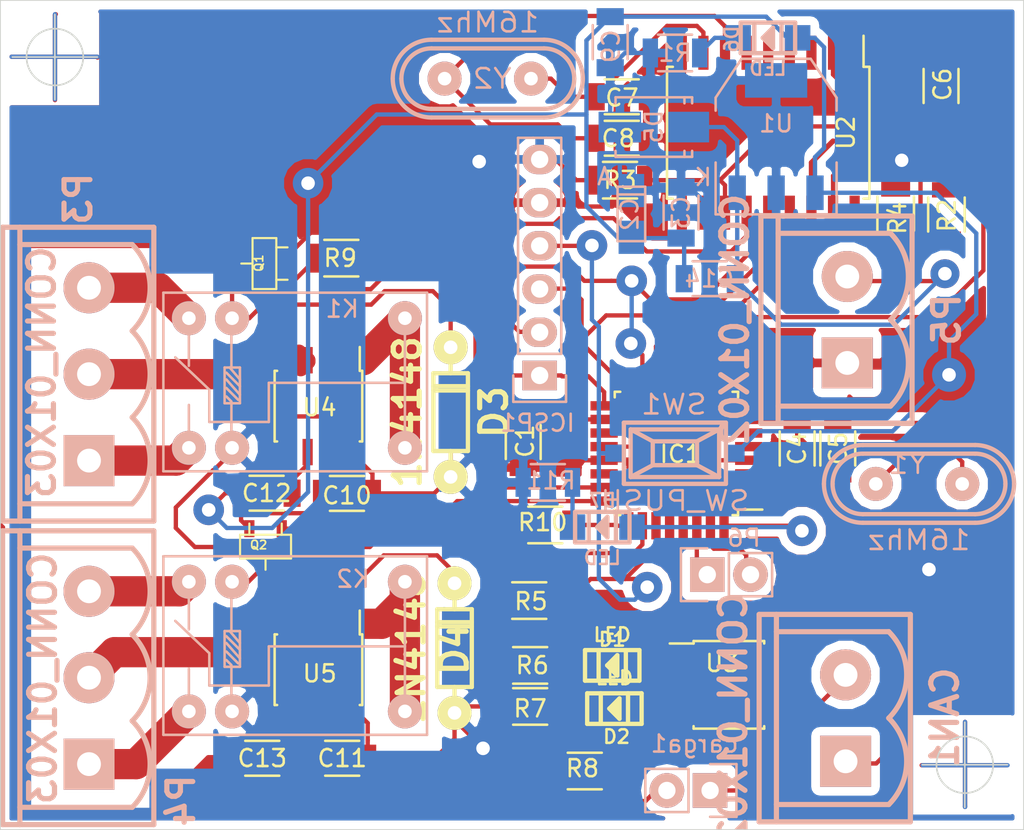
<source format=kicad_pcb>
(kicad_pcb (version 4) (host pcbnew 4.0.2-stable)
  (layers (0 F.Cu signal hide) (31 B.Cu signal) (34 B.Paste user hide) (35 F.Paste user hide) (36 B.SilkS user hide) (37 F.SilkS user hide) (38 B.Mask user hide) (39 F.Mask user hide) (44 Edge.Cuts user hide))
  (net 0 "")
  (net 1 "Net-(IC1-Pad13)")
  (net 2 "Net-(IC1-Pad30)")
  (net 3 "Net-(IC1-Pad31)")
  (net 4 +5V)
  (net 5 GND)
  (net 6 "Net-(C4-Pad2)")
  (net 7 "Net-(C5-Pad2)")
  (net 8 "Net-(C7-Pad2)")
  (net 9 "Net-(C8-Pad2)")
  (net 10 "Net-(C12-Pad1)")
  (net 11 "Net-(C13-Pad1)")
  (net 12 "Net-(C14-Pad1)")
  (net 13 "Net-(CAN1-Pad1)")
  (net 14 "Net-(CAN1-Pad2)")
  (net 15 "Net-(R8-Pad2)")
  (net 16 /TX)
  (net 17 "Net-(D1-Pad2)")
  (net 18 /RX)
  (net 19 "Net-(D2-Pad2)")
  (net 20 "Net-(D3-Pad2)")
  (net 21 "Net-(D4-Pad2)")
  (net 22 "Net-(D6-Pad2)")
  (net 23 /test)
  (net 24 "Net-(D7-Pad2)")
  (net 25 /si)
  (net 26 /so)
  (net 27 /sck)
  (net 28 /R1)
  (net 29 /ACS1)
  (net 30 /R2)
  (net 31 /ACS2)
  (net 32 /rst)
  (net 33 "Net-(K1-Pad1)")
  (net 34 "Net-(K1-Pad4)")
  (net 35 "Net-(K2-Pad1)")
  (net 36 "Net-(K2-Pad4)")
  (net 37 "Net-(K1-Pad3)")
  (net 38 "Net-(P3-Pad2)")
  (net 39 "Net-(K2-Pad3)")
  (net 40 "Net-(P4-Pad2)")
  (net 41 "Net-(Q1-Pad1)")
  (net 42 "Net-(Q2-Pad1)")
  (net 43 /cs)
  (net 44 "Net-(R4-Pad1)")
  (module w_conn_screw:mstbva_2,5%2f3-g-5,08 (layer B.Cu) (at 81.0006 101.0539 90)
    (fp_text reference P4 (at -7.2263 5.4102 90) (layer B.SilkS) (effects (font (thickness 0.3048)) (justify mirror)))
    (fp_text value CONN_01X03 (at -0.0381 -2.7178 90) (layer B.SilkS) (effects (font (thickness 0.3048)) (justify mirror)))
    (pad 1 thru_hole rect (at -5.08 0 90) (size 2.99974 2.99974) (drill 1.39954) (layers *.Cu *.Mask B.SilkS) (net 36 "Net-(K2-Pad4)"))
    (pad 3 thru_hole circle (at 5.08 0 90) (size 2.99974 2.99974) (drill 1.39954) (layers *.Cu *.Mask B.SilkS) (net 39 "Net-(K2-Pad3)"))
    (pad 2 thru_hole circle (at 0 0 90) (size 2.99974 2.99974) (drill 1.39954) (layers *.Cu *.Mask B.SilkS) (net 40 "Net-(P4-Pad2)"))
  )
  (module Relays_ThroughHole:HK4100F (layer B.Cu) (at 93.472 83.82)
    (fp_text reference K1 (at 2.413 -4.445) (layer B.SilkS) (effects (justify mirror)))
    (fp_text value HK4100F)
    (pad 1 thru_hole circle (at 6.1 -3.9) (size 2 2) (drill 0.8) (layers *.Cu *.Mask B.SilkS) (net 33 "Net-(K1-Pad1)"))
    (pad 1 thru_hole circle (at 6.1 3.72) (size 2 2) (drill 0.8) (layers *.Cu *.Mask B.SilkS) (net 33 "Net-(K1-Pad1)"))
    (pad 2 thru_hole circle (at -4.06 3.72) (size 2 2) (drill 0.8) (layers *.Cu *.Mask B.SilkS) (net 4 +5V))
    (pad 5 thru_hole circle (at -4.06 -3.9) (size 2 2) (drill 0.8) (layers *.Cu *.Mask B.SilkS) (net 20 "Net-(D3-Pad2)"))
    (pad 3 thru_hole circle (at -6.6 -3.9) (size 2 2) (drill 0.8) (layers *.Cu *.Mask B.SilkS) (net 37 "Net-(K1-Pad3)"))
    (pad 4 thru_hole circle (at -6.6 3.72) (size 2 2) (drill 0.8) (layers *.Cu *.Mask B.SilkS) (net 34 "Net-(K1-Pad4)"))
  )
  (module Pin_Headers:Pin_Header_Straight_1x02 (layer B.Cu) (at 117.348 94.996 270)
    (fp_text reference P6 (at -2.159 -2.159 360) (layer B.SilkS) (effects (justify mirror)))
    (fp_text value CONN_01X02)
    (pad 1 thru_hole rect (at 0 0 270) (size 2.032 2.032) (drill 1.016) (layers *.Cu *.Mask B.SilkS) (net 2 "Net-(IC1-Pad30)"))
    (pad 2 thru_hole oval (at 0 -2.54 270) (size 2.032 2.032) (drill 1.016) (layers *.Cu *.Mask B.SilkS) (net 3 "Net-(IC1-Pad31)"))
  )
  (module Capacitors_SMD:C_1206 (layer F.Cu) (at 95.885 105.791 180)
    (fp_text reference C11 (at 0 0 180) (layer F.SilkS))
    (fp_text value 100nf)
    (pad 1 smd rect (at -1.5 0 180) (size 1 1.6) (layers F.Cu F.Paste F.Mask) (net 4 +5V))
    (pad 2 smd rect (at 1.5 0 180) (size 1 1.6) (layers F.Cu F.Paste F.Mask) (net 5 GND))
  )
  (module Housings_SOIC:SOIC-18_7.5x11.6mm_Pitch1.27mm (layer F.Cu) (at 120.9294 69.01688 270)
    (fp_text reference U2 (at 0 -4.572 270) (layer F.SilkS))
    (fp_text value MCP2515)
    (pad 1 smd rect (at -4.7 -5.08 270) (size 2 0.6) (layers F.Cu F.Paste F.Mask) (net 16 /TX))
    (pad 2 smd rect (at -4.7 -3.81 270) (size 2 0.6) (layers F.Cu F.Paste F.Mask) (net 18 /RX))
    (pad 3 smd rect (at -4.7 -2.54 270) (size 2 0.6) (layers F.Cu F.Paste F.Mask))
    (pad 4 smd rect (at -4.7 -1.27 270) (size 2 0.6) (layers F.Cu F.Paste F.Mask))
    (pad 5 smd rect (at -4.7 0 270) (size 2 0.6) (layers F.Cu F.Paste F.Mask))
    (pad 6 smd rect (at -4.7 1.27 270) (size 2 0.6) (layers F.Cu F.Paste F.Mask))
    (pad 7 smd rect (at -4.7 2.54 270) (size 2 0.6) (layers F.Cu F.Paste F.Mask) (net 9 "Net-(C8-Pad2)"))
    (pad 8 smd rect (at -4.7 3.81 270) (size 2 0.6) (layers F.Cu F.Paste F.Mask) (net 8 "Net-(C7-Pad2)"))
    (pad 9 smd rect (at -4.7 5.08 270) (size 2 0.6) (layers F.Cu F.Paste F.Mask) (net 5 GND))
    (pad 10 smd rect (at 4.7 5.08 270) (size 2 0.6) (layers F.Cu F.Paste F.Mask))
    (pad 11 smd rect (at 4.7 3.81 270) (size 2 0.6) (layers F.Cu F.Paste F.Mask))
    (pad 12 smd rect (at 4.7 2.54 270) (size 2 0.6) (layers F.Cu F.Paste F.Mask) (net 1 "Net-(IC1-Pad13)"))
    (pad 13 smd rect (at 4.7 1.27 270) (size 2 0.6) (layers F.Cu F.Paste F.Mask) (net 27 /sck))
    (pad 14 smd rect (at 4.7 0 270) (size 2 0.6) (layers F.Cu F.Paste F.Mask) (net 25 /si))
    (pad 15 smd rect (at 4.7 -1.27 270) (size 2 0.6) (layers F.Cu F.Paste F.Mask) (net 26 /so))
    (pad 16 smd rect (at 4.7 -2.54 270) (size 2 0.6) (layers F.Cu F.Paste F.Mask) (net 43 /cs))
    (pad 17 smd rect (at 4.7 -3.81 270) (size 2 0.6) (layers F.Cu F.Paste F.Mask) (net 44 "Net-(R4-Pad1)"))
    (pad 18 smd rect (at 4.7 -5.08 270) (size 2 0.6) (layers F.Cu F.Paste F.Mask) (net 4 +5V))
  )
  (module Capacitors_SMD:C_1206 (layer F.Cu) (at 96.1644 90.2208 180)
    (fp_text reference C10 (at 0 -0.127 180) (layer F.SilkS))
    (fp_text value 100nf)
    (pad 1 smd rect (at -1.5 0 180) (size 1 1.6) (layers F.Cu F.Paste F.Mask) (net 4 +5V))
    (pad 2 smd rect (at 1.5 0 180) (size 1 1.6) (layers F.Cu F.Paste F.Mask) (net 5 GND))
  )
  (module Housings_QFP:TQFP-32_7x7mm_Pitch0.8mm (layer F.Cu) (at 115.5319 87.8713 180)
    (fp_text reference IC1 (at -0.2413 -0.0381 360) (layer F.SilkS))
    (fp_text value ATMEGA328P-A)
    (pad 1 smd rect (at -4.25 -2.8 180) (size 1.6 0.55) (layers F.Cu F.Paste F.Mask))
    (pad 2 smd rect (at -4.25 -2 180) (size 1.6 0.55) (layers F.Cu F.Paste F.Mask))
    (pad 3 smd rect (at -4.25 -1.2 180) (size 1.6 0.55) (layers F.Cu F.Paste F.Mask) (net 5 GND))
    (pad 4 smd rect (at -4.25 -0.4 180) (size 1.6 0.55) (layers F.Cu F.Paste F.Mask) (net 4 +5V))
    (pad 5 smd rect (at -4.25 0.4 180) (size 1.6 0.55) (layers F.Cu F.Paste F.Mask) (net 5 GND))
    (pad 6 smd rect (at -4.25 1.2 180) (size 1.6 0.55) (layers F.Cu F.Paste F.Mask) (net 4 +5V))
    (pad 7 smd rect (at -4.25 2 180) (size 1.6 0.55) (layers F.Cu F.Paste F.Mask) (net 6 "Net-(C4-Pad2)"))
    (pad 8 smd rect (at -4.25 2.8 180) (size 1.6 0.55) (layers F.Cu F.Paste F.Mask) (net 7 "Net-(C5-Pad2)"))
    (pad 9 smd rect (at -2.8 4.25 270) (size 1.6 0.55) (layers F.Cu F.Paste F.Mask))
    (pad 10 smd rect (at -2 4.25 270) (size 1.6 0.55) (layers F.Cu F.Paste F.Mask))
    (pad 11 smd rect (at -1.2 4.25 270) (size 1.6 0.55) (layers F.Cu F.Paste F.Mask))
    (pad 12 smd rect (at -0.4 4.25 270) (size 1.6 0.55) (layers F.Cu F.Paste F.Mask))
    (pad 13 smd rect (at 0.4 4.25 270) (size 1.6 0.55) (layers F.Cu F.Paste F.Mask) (net 1 "Net-(IC1-Pad13)"))
    (pad 14 smd rect (at 1.2 4.25 270) (size 1.6 0.55) (layers F.Cu F.Paste F.Mask) (net 43 /cs))
    (pad 15 smd rect (at 2 4.25 270) (size 1.6 0.55) (layers F.Cu F.Paste F.Mask) (net 25 /si))
    (pad 16 smd rect (at 2.8 4.25 270) (size 1.6 0.55) (layers F.Cu F.Paste F.Mask) (net 26 /so))
    (pad 17 smd rect (at 4.25 2.8 180) (size 1.6 0.55) (layers F.Cu F.Paste F.Mask) (net 27 /sck))
    (pad 18 smd rect (at 4.25 2 180) (size 1.6 0.55) (layers F.Cu F.Paste F.Mask) (net 4 +5V))
    (pad 19 smd rect (at 4.25 1.2 180) (size 1.6 0.55) (layers F.Cu F.Paste F.Mask))
    (pad 20 smd rect (at 4.25 0.4 180) (size 1.6 0.55) (layers F.Cu F.Paste F.Mask) (net 4 +5V))
    (pad 21 smd rect (at 4.25 -0.4 180) (size 1.6 0.55) (layers F.Cu F.Paste F.Mask) (net 5 GND))
    (pad 22 smd rect (at 4.25 -1.2 180) (size 1.6 0.55) (layers F.Cu F.Paste F.Mask))
    (pad 23 smd rect (at 4.25 -2 180) (size 1.6 0.55) (layers F.Cu F.Paste F.Mask) (net 28 /R1))
    (pad 24 smd rect (at 4.25 -2.8 180) (size 1.6 0.55) (layers F.Cu F.Paste F.Mask) (net 29 /ACS1))
    (pad 25 smd rect (at 2.8 -4.25 270) (size 1.6 0.55) (layers F.Cu F.Paste F.Mask) (net 30 /R2))
    (pad 26 smd rect (at 2 -4.25 270) (size 1.6 0.55) (layers F.Cu F.Paste F.Mask) (net 31 /ACS2))
    (pad 27 smd rect (at 1.2 -4.25 270) (size 1.6 0.55) (layers F.Cu F.Paste F.Mask))
    (pad 28 smd rect (at 0.4 -4.25 270) (size 1.6 0.55) (layers F.Cu F.Paste F.Mask))
    (pad 29 smd rect (at -0.4 -4.25 270) (size 1.6 0.55) (layers F.Cu F.Paste F.Mask) (net 32 /rst))
    (pad 30 smd rect (at -1.2 -4.25 270) (size 1.6 0.55) (layers F.Cu F.Paste F.Mask) (net 2 "Net-(IC1-Pad30)"))
    (pad 31 smd rect (at -2 -4.25 270) (size 1.6 0.55) (layers F.Cu F.Paste F.Mask) (net 3 "Net-(IC1-Pad31)"))
    (pad 32 smd rect (at -2.8 -4.25 270) (size 1.6 0.55) (layers F.Cu F.Paste F.Mask) (net 23 /test))
  )
  (module Capacitors_SMD:C_1206 (layer F.Cu) (at 106.5276 87.1996 270)
    (fp_text reference C1 (at -0.0508 -0.1143 270) (layer F.SilkS))
    (fp_text value 100nf)
    (pad 1 smd rect (at -1.5 0 270) (size 1 1.6) (layers F.Cu F.Paste F.Mask) (net 4 +5V))
    (pad 2 smd rect (at 1.5 0 270) (size 1 1.6) (layers F.Cu F.Paste F.Mask) (net 5 GND))
  )
  (module Capacitors_Tantalum_SMD:TantalC_SizeS_EIA-3216 (layer B.Cu) (at 112.885 73.7899 90)
    (fp_text reference C2 (at -0.0254 -0.1016 90) (layer B.SilkS) (effects (justify mirror)))
    (fp_text value 22uf)
    (pad 1 smd rect (at 1.37414 0 90) (size 1.95072 1.50114) (layers B.Cu B.Paste B.Mask) (net 4 +5V))
    (pad 2 smd rect (at -1.37414 0 90) (size 1.95072 1.50114) (layers B.Cu B.Paste B.Mask) (net 5 GND))
  )
  (module Capacitors_SMD:C_1206 (layer B.Cu) (at 115.806 73.7137 270)
    (fp_text reference C3 (at 0 0 270) (layer B.SilkS) (effects (justify mirror)))
    (fp_text value 100nf)
    (pad 1 smd rect (at -1.5 0 270) (size 1 1.6) (layers B.Cu B.Paste B.Mask) (net 4 +5V))
    (pad 2 smd rect (at 1.5 0 270) (size 1 1.6) (layers B.Cu B.Paste B.Mask) (net 5 GND))
  )
  (module Capacitors_SMD:C_1206 (layer F.Cu) (at 122.6312 87.5792 90)
    (fp_text reference C4 (at 0 0 90) (layer F.SilkS))
    (fp_text value 22pf)
    (pad 1 smd rect (at -1.5 0 90) (size 1 1.6) (layers F.Cu F.Paste F.Mask) (net 5 GND))
    (pad 2 smd rect (at 1.5 0 90) (size 1 1.6) (layers F.Cu F.Paste F.Mask) (net 6 "Net-(C4-Pad2)"))
  )
  (module Capacitors_SMD:C_1206 (layer F.Cu) (at 125.0188 87.5792 90)
    (fp_text reference C5 (at 0 0.0254 90) (layer F.SilkS))
    (fp_text value 22pf)
    (pad 1 smd rect (at -1.5 0 90) (size 1 1.6) (layers F.Cu F.Paste F.Mask) (net 5 GND))
    (pad 2 smd rect (at 1.5 0 90) (size 1 1.6) (layers F.Cu F.Paste F.Mask) (net 7 "Net-(C5-Pad2)"))
  )
  (module Capacitors_SMD:C_1206 (layer F.Cu) (at 131.0894 66.2686 90)
    (fp_text reference C6 (at 0.0889 0.0889 90) (layer F.SilkS))
    (fp_text value 100nf)
    (pad 1 smd rect (at -1.5 0 90) (size 1 1.6) (layers F.Cu F.Paste F.Mask) (net 4 +5V))
    (pad 2 smd rect (at 1.5 0 90) (size 1 1.6) (layers F.Cu F.Paste F.Mask) (net 5 GND))
  )
  (module Capacitors_SMD:C_1206 (layer F.Cu) (at 112.3188 66.9036 180)
    (fp_text reference C7 (at -0.0127 -0.06096 180) (layer F.SilkS))
    (fp_text value 22pf)
    (pad 1 smd rect (at -1.5 0 180) (size 1 1.6) (layers F.Cu F.Paste F.Mask) (net 5 GND))
    (pad 2 smd rect (at 1.5 0 180) (size 1 1.6) (layers F.Cu F.Paste F.Mask) (net 8 "Net-(C7-Pad2)"))
  )
  (module Capacitors_SMD:C_1206 (layer F.Cu) (at 112.3188 69.342 180)
    (fp_text reference C8 (at 0.20828 -0.0127 360) (layer F.SilkS))
    (fp_text value 22pf)
    (pad 1 smd rect (at -1.5 0 180) (size 1 1.6) (layers F.Cu F.Paste F.Mask) (net 5 GND))
    (pad 2 smd rect (at 1.5 0 180) (size 1 1.6) (layers F.Cu F.Paste F.Mask) (net 9 "Net-(C8-Pad2)"))
  )
  (module Capacitors_SMD:C_1206 (layer B.Cu) (at 111.6404 63.6934 90)
    (fp_text reference C9 (at -0.2413 0.0508 90) (layer B.SilkS) (effects (justify mirror)))
    (fp_text value 100nf)
    (pad 1 smd rect (at -1.5 0 90) (size 1 1.6) (layers B.Cu B.Paste B.Mask) (net 4 +5V))
    (pad 2 smd rect (at 1.5 0 90) (size 1 1.6) (layers B.Cu B.Paste B.Mask) (net 5 GND))
  )
  (module Capacitors_SMD:C_1206 (layer F.Cu) (at 91.44 90.2081 180)
    (fp_text reference C12 (at 0 0 180) (layer F.SilkS))
    (fp_text value 1nf)
    (pad 1 smd rect (at -1.5 0 180) (size 1 1.6) (layers F.Cu F.Paste F.Mask) (net 10 "Net-(C12-Pad1)"))
    (pad 2 smd rect (at 1.5 0 180) (size 1 1.6) (layers F.Cu F.Paste F.Mask) (net 5 GND))
  )
  (module Capacitors_SMD:C_1206 (layer F.Cu) (at 91.186 105.791 180)
    (fp_text reference C13 (at 0 0 180) (layer F.SilkS))
    (fp_text value 1nf)
    (pad 1 smd rect (at -1.5 0 180) (size 1 1.6) (layers F.Cu F.Paste F.Mask) (net 11 "Net-(C13-Pad1)"))
    (pad 2 smd rect (at 1.5 0 180) (size 1 1.6) (layers F.Cu F.Paste F.Mask) (net 5 GND))
  )
  (module Capacitors_SMD:C_1206 (layer B.Cu) (at 117.4877 77.597 180)
    (fp_text reference C14 (at 0.018 -0.0029 180) (layer B.SilkS) (effects (justify mirror)))
    (fp_text value 100nf)
    (pad 1 smd rect (at -1.5 0 180) (size 1 1.6) (layers B.Cu B.Paste B.Mask) (net 12 "Net-(C14-Pad1)"))
    (pad 2 smd rect (at 1.5 0 180) (size 1 1.6) (layers B.Cu B.Paste B.Mask) (net 5 GND))
  )
  (module Pin_Headers:Pin_Header_Straight_1x02 (layer B.Cu) (at 117.5131 107.6833 90)
    (fp_text reference carga1 (at 2.7432 -0.9144 180) (layer B.SilkS) (effects (justify mirror)))
    (fp_text value CONN_01X02)
    (pad 1 thru_hole rect (at 0 0 90) (size 2.032 2.032) (drill 1.016) (layers *.Cu *.Mask B.SilkS) (net 14 "Net-(CAN1-Pad2)"))
    (pad 2 thru_hole oval (at 0 -2.54 90) (size 2.032 2.032) (drill 1.016) (layers *.Cu *.Mask B.SilkS) (net 15 "Net-(R8-Pad2)"))
  )
  (module w_smd_leds:Led_1206 (layer F.Cu) (at 111.76 100.33 180)
    (fp_text reference D1 (at 0 1.524 360) (layer F.SilkS) (effects (font (size 0.8001 0.8001) (thickness 0.14986))))
    (fp_text value LED (at 0 1.80086 180) (layer F.SilkS) (effects (font (size 0.8001 0.8001) (thickness 0.14986))))
    (pad 1 smd rect (at -1.74752 0 180) (size 1.4986 1.4986) (layers F.Cu F.Paste F.Mask) (net 16 /TX))
    (pad 2 smd rect (at 1.74752 0 180) (size 1.4986 1.4986) (layers F.Cu F.Paste F.Mask) (net 17 "Net-(D1-Pad2)"))
  )
  (module w_smd_leds:Led_1206 (layer F.Cu) (at 111.887 102.87 180)
    (fp_text reference D2 (at -0.127 -1.651 360) (layer F.SilkS) (effects (font (size 0.8001 0.8001) (thickness 0.14986))))
    (fp_text value LED (at 0 1.80086 180) (layer F.SilkS) (effects (font (size 0.8001 0.8001) (thickness 0.14986))))
    (pad 1 smd rect (at -1.74752 0 180) (size 1.4986 1.4986) (layers F.Cu F.Paste F.Mask) (net 18 /RX))
    (pad 2 smd rect (at 1.74752 0 180) (size 1.4986 1.4986) (layers F.Cu F.Paste F.Mask) (net 19 "Net-(D2-Pad2)"))
  )
  (module Diodes_SMD:SMA_Standard (layer B.Cu) (at 114.2058 68.6845 180)
    (fp_text reference D5 (at 0 0.0254 450) (layer B.SilkS) (effects (justify mirror)))
    (fp_text value 1N4001)
    (fp_text user K (at -2.9 -2.95 180) (layer B.SilkS) (effects (justify mirror)))
    (fp_text user A (at 2.9 -2.9 180) (layer B.SilkS) (effects (justify mirror)))
    (pad 1 smd rect (at -1.99898 0 180) (size 2.49936 1.80086) (layers B.Cu B.Paste B.Mask) (net 12 "Net-(C14-Pad1)"))
    (pad 2 smd rect (at 1.99898 0 180) (size 2.49936 1.80086) (layers B.Cu B.Paste B.Mask) (net 4 +5V))
  )
  (module w_smd_leds:Led_1206 (layer B.Cu) (at 120.9114 63.4394 180)
    (fp_text reference D6 (at 2.1336 -0.0762 450) (layer B.SilkS) (effects (font (size 0.8001 0.8001) (thickness 0.14986)) (justify mirror)))
    (fp_text value LED (at 0 -1.80086 180) (layer B.SilkS) (effects (font (size 0.8001 0.8001) (thickness 0.14986)) (justify mirror)))
    (pad 1 smd rect (at -1.74752 0 180) (size 1.4986 1.4986) (layers B.Cu B.Paste B.Mask) (net 5 GND))
    (pad 2 smd rect (at 1.74752 0 180) (size 1.4986 1.4986) (layers B.Cu B.Paste B.Mask) (net 22 "Net-(D6-Pad2)"))
  )
  (module w_smd_leds:Led_1206 (layer B.Cu) (at 111.1758 92.202 180)
    (fp_text reference D7 (at -0.0127 1.56718 360) (layer B.SilkS) (effects (font (size 0.8001 0.8001) (thickness 0.14986)) (justify mirror)))
    (fp_text value LED (at 0 -1.80086 180) (layer B.SilkS) (effects (font (size 0.8001 0.8001) (thickness 0.14986)) (justify mirror)))
    (pad 1 smd rect (at -1.74752 0 180) (size 1.4986 1.4986) (layers B.Cu B.Paste B.Mask) (net 23 /test))
    (pad 2 smd rect (at 1.74752 0 180) (size 1.4986 1.4986) (layers B.Cu B.Paste B.Mask) (net 24 "Net-(D7-Pad2)"))
  )
  (module w_smd_trans:sot23 (layer F.Cu) (at 91.313 76.708 90)
    (fp_text reference Q1 (at 0.0254 -0.3302 90) (layer F.SilkS) (effects (font (size 0.50038 0.50038) (thickness 0.09906))))
    (fp_text value BC808-40 hide)
    (pad 1 smd rect (at -0.9525 1.05664 90) (size 0.59944 1.00076) (layers F.Cu F.Paste F.Mask) (net 41 "Net-(Q1-Pad1)"))
    (pad 2 smd rect (at 0 -1.05664 90) (size 0.59944 1.00076) (layers F.Cu F.Paste F.Mask) (net 20 "Net-(D3-Pad2)"))
    (pad 3 smd rect (at 0.9525 1.05664 90) (size 0.59944 1.00076) (layers F.Cu F.Paste F.Mask) (net 5 GND))
  )
  (module w_smd_trans:sot23 (layer F.Cu) (at 91.37904 93.35008 180)
    (fp_text reference Q2 (at 0.4064 0.1016 180) (layer F.SilkS) (effects (font (size 0.50038 0.50038) (thickness 0.09906))))
    (fp_text value BC808-40 hide)
    (pad 1 smd rect (at -0.9525 1.05664 180) (size 0.59944 1.00076) (layers F.Cu F.Paste F.Mask) (net 42 "Net-(Q2-Pad1)"))
    (pad 2 smd rect (at 0 -1.05664 180) (size 0.59944 1.00076) (layers F.Cu F.Paste F.Mask) (net 21 "Net-(D4-Pad2)"))
    (pad 3 smd rect (at 0.9525 1.05664 180) (size 0.59944 1.00076) (layers F.Cu F.Paste F.Mask) (net 5 GND))
  )
  (module Resistors_SMD:R_1206 (layer B.Cu) (at 115.4504 64.3284)
    (fp_text reference R1 (at 0 0) (layer B.SilkS) (effects (justify mirror)))
    (fp_text value 1k)
    (pad 1 smd rect (at -1.45 0) (size 0.9 1.7) (layers B.Cu B.Paste B.Mask) (net 4 +5V))
    (pad 2 smd rect (at 1.45 0) (size 0.9 1.7) (layers B.Cu B.Paste B.Mask) (net 22 "Net-(D6-Pad2)"))
  )
  (module Resistors_SMD:R_1206 (layer F.Cu) (at 131.4069 73.8251 270)
    (fp_text reference R2 (at 0.0613 -0.0254 270) (layer F.SilkS))
    (fp_text value 10k)
    (pad 1 smd rect (at -1.45 0 270) (size 0.9 1.7) (layers F.Cu F.Paste F.Mask) (net 43 /cs))
    (pad 2 smd rect (at 1.45 0 270) (size 0.9 1.7) (layers F.Cu F.Paste F.Mask) (net 4 +5V))
  )
  (module Resistors_SMD:R_1206 (layer F.Cu) (at 112.2172 71.8058 180)
    (fp_text reference R3 (at 0 0 180) (layer F.SilkS))
    (fp_text value 10k)
    (pad 1 smd rect (at -1.45 0 180) (size 0.9 1.7) (layers F.Cu F.Paste F.Mask) (net 1 "Net-(IC1-Pad13)"))
    (pad 2 smd rect (at 1.45 0 180) (size 0.9 1.7) (layers F.Cu F.Paste F.Mask) (net 4 +5V))
  )
  (module Resistors_SMD:R_1206 (layer F.Cu) (at 128.4224 73.7743 270)
    (fp_text reference R4 (at 0.254 -0.1016 270) (layer F.SilkS))
    (fp_text value 10k)
    (pad 1 smd rect (at -1.45 0 270) (size 0.9 1.7) (layers F.Cu F.Paste F.Mask) (net 44 "Net-(R4-Pad1)"))
    (pad 2 smd rect (at 1.45 0 270) (size 0.9 1.7) (layers F.Cu F.Paste F.Mask) (net 4 +5V))
  )
  (module Resistors_SMD:R_1206 (layer F.Cu) (at 106.881 96.52 180)
    (fp_text reference R5 (at -0.1016 -0.0508 360) (layer F.SilkS))
    (fp_text value 10k)
    (pad 1 smd rect (at -1.45 0 180) (size 0.9 1.7) (layers F.Cu F.Paste F.Mask) (net 32 /rst))
    (pad 2 smd rect (at 1.45 0 180) (size 0.9 1.7) (layers F.Cu F.Paste F.Mask) (net 4 +5V))
  )
  (module Resistors_SMD:R_1206 (layer F.Cu) (at 106.934 100.33 180)
    (fp_text reference R6 (at -0.127 0 180) (layer F.SilkS))
    (fp_text value 1k)
    (pad 1 smd rect (at -1.45 0 180) (size 0.9 1.7) (layers F.Cu F.Paste F.Mask) (net 17 "Net-(D1-Pad2)"))
    (pad 2 smd rect (at 1.45 0 180) (size 0.9 1.7) (layers F.Cu F.Paste F.Mask) (net 4 +5V))
  )
  (module Resistors_SMD:R_1206 (layer F.Cu) (at 106.934 102.743 180)
    (fp_text reference R7 (at 0 -0.127 180) (layer F.SilkS))
    (fp_text value 1k)
    (pad 1 smd rect (at -1.45 0 180) (size 0.9 1.7) (layers F.Cu F.Paste F.Mask) (net 19 "Net-(D2-Pad2)"))
    (pad 2 smd rect (at 1.45 0 180) (size 0.9 1.7) (layers F.Cu F.Paste F.Mask) (net 4 +5V))
  )
  (module Resistors_SMD:R_1206 (layer F.Cu) (at 110.1449 106.5403 180)
    (fp_text reference R8 (at 0.1375 0.1524 180) (layer F.SilkS))
    (fp_text value R)
    (pad 1 smd rect (at -1.45 0 180) (size 0.9 1.7) (layers F.Cu F.Paste F.Mask) (net 13 "Net-(CAN1-Pad1)"))
    (pad 2 smd rect (at 1.45 0 180) (size 0.9 1.7) (layers F.Cu F.Paste F.Mask) (net 15 "Net-(R8-Pad2)"))
  )
  (module Resistors_SMD:R_1206 (layer F.Cu) (at 95.8342 76.3905)
    (fp_text reference R9 (at -0.0635 0) (layer F.SilkS))
    (fp_text value 1k)
    (pad 1 smd rect (at -1.45 0) (size 0.9 1.7) (layers F.Cu F.Paste F.Mask) (net 41 "Net-(Q1-Pad1)"))
    (pad 2 smd rect (at 1.45 0) (size 0.9 1.7) (layers F.Cu F.Paste F.Mask) (net 28 /R1))
  )
  (module Resistors_SMD:R_1206 (layer F.Cu) (at 107.823 92.075)
    (fp_text reference R10 (at -0.1524 -0.1524) (layer F.SilkS))
    (fp_text value 1k)
    (pad 1 smd rect (at -1.45 0) (size 0.9 1.7) (layers F.Cu F.Paste F.Mask) (net 42 "Net-(Q2-Pad1)"))
    (pad 2 smd rect (at 1.45 0) (size 0.9 1.7) (layers F.Cu F.Paste F.Mask) (net 30 /R2))
  )
  (module Resistors_SMD:R_1206 (layer B.Cu) (at 107.9754 89.5731 180)
    (fp_text reference R11 (at -0.1778 0.1016 180) (layer B.SilkS) (effects (justify mirror)))
    (fp_text value 1k)
    (pad 1 smd rect (at -1.45 0 180) (size 0.9 1.7) (layers B.Cu B.Paste B.Mask) (net 24 "Net-(D7-Pad2)"))
    (pad 2 smd rect (at 1.45 0 180) (size 0.9 1.7) (layers B.Cu B.Paste B.Mask) (net 4 +5V))
  )
  (module TO_SOT_Packages_SMD:SOT-223 (layer B.Cu) (at 121.394 69.2433 180)
    (fp_text reference U1 (at 0 0.762 180) (layer B.SilkS) (effects (justify mirror)))
    (fp_text value AMS1117-RESCUE-Proyecto)
    (pad 4 smd rect (at 0 3.302 180) (size 3.6576 2.032) (layers B.Cu B.Paste B.Mask) (net 4 +5V))
    (pad 2 smd rect (at 0 -3.302 180) (size 1.016 2.032) (layers B.Cu B.Paste B.Mask) (net 4 +5V))
    (pad 3 smd rect (at 2.286 -3.302 180) (size 1.016 2.032) (layers B.Cu B.Paste B.Mask) (net 12 "Net-(C14-Pad1)"))
    (pad 1 smd rect (at -2.286 -3.302 180) (size 1.016 2.032) (layers B.Cu B.Paste B.Mask) (net 5 GND))
  )
  (module w_crystal:crystal_hc-49s (layer B.Cu) (at 129.794 89.662 180)
    (fp_text reference Y1 (at 0.67564 1.17602 180) (layer B.SilkS) (effects (font (size 1.143 1.27) (thickness 0.1524)) (justify mirror)))
    (fp_text value 16Mhz (at 0 -3.302 180) (layer B.SilkS) (effects (font (size 1.143 1.27) (thickness 0.1524)) (justify mirror)))
    (pad 1 thru_hole circle (at -2.54 0 180) (size 1.99898 1.99898) (drill 0.8001) (layers *.Cu *.Mask B.SilkS) (net 7 "Net-(C5-Pad2)"))
    (pad 2 thru_hole circle (at 2.54 0 180) (size 1.99898 1.99898) (drill 0.8001) (layers *.Cu *.Mask B.SilkS) (net 6 "Net-(C4-Pad2)"))
  )
  (module w_crystal:crystal_hc-49s (layer B.Cu) (at 104.4448 65.8368)
    (fp_text reference Y2 (at 0.254 0) (layer B.SilkS) (effects (font (size 1.143 1.27) (thickness 0.1524)) (justify mirror)))
    (fp_text value 16Mhz (at 0 -3.302) (layer B.SilkS) (effects (font (size 1.143 1.27) (thickness 0.1524)) (justify mirror)))
    (pad 1 thru_hole circle (at -2.54 0) (size 1.99898 1.99898) (drill 0.8001) (layers *.Cu *.Mask B.SilkS) (net 9 "Net-(C8-Pad2)"))
    (pad 2 thru_hole circle (at 2.54 0) (size 1.99898 1.99898) (drill 0.8001) (layers *.Cu *.Mask B.SilkS) (net 8 "Net-(C7-Pad2)"))
  )
  (module Relays_ThroughHole:HK4100F (layer B.Cu) (at 93.472 99.314)
    (fp_text reference K2 (at 3.048 -4.064) (layer B.SilkS) (effects (justify mirror)))
    (fp_text value HK4100F)
    (pad 1 thru_hole circle (at 6.1 -3.9) (size 2 2) (drill 0.8) (layers *.Cu *.Mask B.SilkS) (net 35 "Net-(K2-Pad1)"))
    (pad 1 thru_hole circle (at 6.1 3.72) (size 2 2) (drill 0.8) (layers *.Cu *.Mask B.SilkS) (net 35 "Net-(K2-Pad1)"))
    (pad 2 thru_hole circle (at -4.06 3.72) (size 2 2) (drill 0.8) (layers *.Cu *.Mask B.SilkS) (net 4 +5V))
    (pad 5 thru_hole circle (at -4.06 -3.9) (size 2 2) (drill 0.8) (layers *.Cu *.Mask B.SilkS) (net 21 "Net-(D4-Pad2)"))
    (pad 3 thru_hole circle (at -6.6 -3.9) (size 2 2) (drill 0.8) (layers *.Cu *.Mask B.SilkS) (net 39 "Net-(K2-Pad3)"))
    (pad 4 thru_hole circle (at -6.6 3.72) (size 2 2) (drill 0.8) (layers *.Cu *.Mask B.SilkS) (net 36 "Net-(K2-Pad4)"))
  )
  (module w_switch:smd_push (layer B.Cu) (at 115.443 87.8586 180)
    (fp_text reference SW1 (at 0.06096 2.86512 360) (layer B.SilkS) (effects (font (size 1.143 1.27) (thickness 0.1524)) (justify mirror)))
    (fp_text value SW_PUSH (at 0 -2.79908 180) (layer B.SilkS) (effects (font (size 1.143 1.27) (thickness 0.1524)) (justify mirror)))
    (pad 1 smd rect (at -3.59918 0 180) (size 1.00076 1.00076) (layers B.Cu B.Paste B.Mask) (net 5 GND))
    (pad 2 smd rect (at 3.59918 0 180) (size 1.00076 1.00076) (layers B.Cu B.Paste B.Mask) (net 32 /rst))
  )
  (module Housings_SOIC:SOIC-8_3.9x4.9mm_Pitch1.27mm (layer F.Cu) (at 118.618 101.473)
    (fp_text reference U3 (at -0.381 -1.27) (layer F.SilkS))
    (fp_text value MCP2551-I/SN)
    (pad 1 smd rect (at -2.7 -1.905) (size 1.55 0.6) (layers F.Cu F.Paste F.Mask) (net 16 /TX))
    (pad 2 smd rect (at -2.7 -0.635) (size 1.55 0.6) (layers F.Cu F.Paste F.Mask) (net 5 GND))
    (pad 3 smd rect (at -2.7 0.635) (size 1.55 0.6) (layers F.Cu F.Paste F.Mask) (net 4 +5V))
    (pad 4 smd rect (at -2.7 1.905) (size 1.55 0.6) (layers F.Cu F.Paste F.Mask) (net 18 /RX))
    (pad 5 smd rect (at 2.7 1.905) (size 1.55 0.6) (layers F.Cu F.Paste F.Mask))
    (pad 6 smd rect (at 2.7 0.635) (size 1.55 0.6) (layers F.Cu F.Paste F.Mask) (net 14 "Net-(CAN1-Pad2)"))
    (pad 7 smd rect (at 2.7 -0.635) (size 1.55 0.6) (layers F.Cu F.Paste F.Mask) (net 13 "Net-(CAN1-Pad1)"))
    (pad 8 smd rect (at 2.7 -1.905) (size 1.55 0.6) (layers F.Cu F.Paste F.Mask) (net 5 GND))
  )
  (module Housings_SOIC:SOIC-8_3.9x4.9mm_Pitch1.27mm (layer F.Cu) (at 94.488 85.09 270)
    (fp_text reference U4 (at 0.0762 -0.0635 360) (layer F.SilkS))
    (fp_text value ACS712)
    (pad 1 smd rect (at -2.7 -1.905 270) (size 1.55 0.6) (layers F.Cu F.Paste F.Mask) (net 33 "Net-(K1-Pad1)"))
    (pad 2 smd rect (at -2.7 -0.635 270) (size 1.55 0.6) (layers F.Cu F.Paste F.Mask) (net 33 "Net-(K1-Pad1)"))
    (pad 3 smd rect (at -2.7 0.635 270) (size 1.55 0.6) (layers F.Cu F.Paste F.Mask) (net 38 "Net-(P3-Pad2)"))
    (pad 4 smd rect (at -2.7 1.905 270) (size 1.55 0.6) (layers F.Cu F.Paste F.Mask) (net 38 "Net-(P3-Pad2)"))
    (pad 5 smd rect (at 2.7 1.905 270) (size 1.55 0.6) (layers F.Cu F.Paste F.Mask) (net 5 GND))
    (pad 6 smd rect (at 2.7 0.635 270) (size 1.55 0.6) (layers F.Cu F.Paste F.Mask) (net 10 "Net-(C12-Pad1)"))
    (pad 7 smd rect (at 2.7 -0.635 270) (size 1.55 0.6) (layers F.Cu F.Paste F.Mask) (net 29 /ACS1))
    (pad 8 smd rect (at 2.7 -1.905 270) (size 1.55 0.6) (layers F.Cu F.Paste F.Mask) (net 4 +5V))
  )
  (module Housings_SOIC:SOIC-8_3.9x4.9mm_Pitch1.27mm (layer F.Cu) (at 94.488 100.584 270)
    (fp_text reference U5 (at 0.2286 -0.0762 360) (layer F.SilkS))
    (fp_text value ACS712)
    (pad 1 smd rect (at -2.7 -1.905 270) (size 1.55 0.6) (layers F.Cu F.Paste F.Mask) (net 35 "Net-(K2-Pad1)"))
    (pad 2 smd rect (at -2.7 -0.635 270) (size 1.55 0.6) (layers F.Cu F.Paste F.Mask) (net 35 "Net-(K2-Pad1)"))
    (pad 3 smd rect (at -2.7 0.635 270) (size 1.55 0.6) (layers F.Cu F.Paste F.Mask) (net 40 "Net-(P4-Pad2)"))
    (pad 4 smd rect (at -2.7 1.905 270) (size 1.55 0.6) (layers F.Cu F.Paste F.Mask) (net 40 "Net-(P4-Pad2)"))
    (pad 5 smd rect (at 2.7 1.905 270) (size 1.55 0.6) (layers F.Cu F.Paste F.Mask) (net 5 GND))
    (pad 6 smd rect (at 2.7 0.635 270) (size 1.55 0.6) (layers F.Cu F.Paste F.Mask) (net 11 "Net-(C13-Pad1)"))
    (pad 7 smd rect (at 2.7 -0.635 270) (size 1.55 0.6) (layers F.Cu F.Paste F.Mask) (net 31 /ACS2))
    (pad 8 smd rect (at 2.7 -1.905 270) (size 1.55 0.6) (layers F.Cu F.Paste F.Mask) (net 4 +5V))
  )
  (module w_pth_diodes:diode_do35 (layer F.Cu) (at 102.2604 85.44052 90)
    (fp_text reference D3 (at 0 2.54 90) (layer F.SilkS) (effects (font (thickness 0.3048))))
    (fp_text value 1N4148 (at 0 -2.54 90) (layer F.SilkS) (effects (font (thickness 0.3048))))
    (pad 1 thru_hole circle (at -3.81 0 90) (size 1.99898 1.99898) (drill 0.8001) (layers *.Cu *.Mask F.SilkS) (net 4 +5V))
    (pad 2 thru_hole circle (at 3.81 0 90) (size 1.99898 1.99898) (drill 0.8001) (layers *.Cu *.Mask F.SilkS) (net 20 "Net-(D3-Pad2)"))
  )
  (module w_pth_diodes:diode_do35 (layer F.Cu) (at 102.489 99.314 90)
    (fp_text reference D4 (at -0.0635 0 90) (layer F.SilkS) (effects (font (thickness 0.3048))))
    (fp_text value 1N4148 (at 0 -2.54 90) (layer F.SilkS) (effects (font (thickness 0.3048))))
    (pad 1 thru_hole circle (at -3.81 0 90) (size 1.99898 1.99898) (drill 0.8001) (layers *.Cu *.Mask F.SilkS) (net 4 +5V))
    (pad 2 thru_hole circle (at 3.81 0 90) (size 1.99898 1.99898) (drill 0.8001) (layers *.Cu *.Mask F.SilkS) (net 21 "Net-(D4-Pad2)"))
  )
  (module Pin_Headers:Pin_Header_Straight_1x06 (layer B.Cu) (at 107.4928 83.2866)
    (fp_text reference ICSP1 (at -0.127 2.794) (layer B.SilkS) (effects (justify mirror)))
    (fp_text value CONN_01X06)
    (pad 1 thru_hole rect (at 0 0) (size 2.032 1.7272) (drill 1.016) (layers *.Cu *.Mask B.SilkS) (net 27 /sck))
    (pad 2 thru_hole oval (at 0 -2.54) (size 2.032 1.7272) (drill 1.016) (layers *.Cu *.Mask B.SilkS) (net 25 /si))
    (pad 3 thru_hole oval (at 0 -5.08) (size 2.032 1.7272) (drill 1.016) (layers *.Cu *.Mask B.SilkS) (net 26 /so))
    (pad 4 thru_hole oval (at 0 -7.62) (size 2.032 1.7272) (drill 1.016) (layers *.Cu *.Mask B.SilkS) (net 32 /rst))
    (pad 5 thru_hole oval (at 0 -10.16) (size 2.032 1.7272) (drill 1.016) (layers *.Cu *.Mask B.SilkS) (net 5 GND))
    (pad 6 thru_hole oval (at 0 -12.7) (size 2.032 1.7272) (drill 1.016) (layers *.Cu *.Mask B.SilkS) (net 4 +5V))
  )
  (module w_conn_screw:mstbva_2,5%2f2-g-5,08 (layer B.Cu) (at 125.476 103.4288 90)
    (fp_text reference CAN1 (at 0 5.842 90) (layer B.SilkS) (effects (font (thickness 0.3048)) (justify mirror)))
    (fp_text value CONN_01X02 (at 0 -6.604 90) (layer B.SilkS) (effects (font (thickness 0.3048)) (justify mirror)))
    (pad 1 thru_hole rect (at -2.54 0 90) (size 2.99974 2.99974) (drill 1.39954) (layers *.Cu *.Mask B.SilkS) (net 13 "Net-(CAN1-Pad1)"))
    (pad 2 thru_hole circle (at 2.54 0 90) (size 2.99974 2.99974) (drill 1.39954) (layers *.Cu *.Mask B.SilkS) (net 14 "Net-(CAN1-Pad2)"))
  )
  (module w_conn_screw:mstbva_2,5%2f2-g-5,08 (layer B.Cu) (at 125.5776 80.01 90)
    (fp_text reference P5 (at 0 5.842 90) (layer B.SilkS) (effects (font (thickness 0.3048)) (justify mirror)))
    (fp_text value CONN_01X02 (at 0 -6.604 90) (layer B.SilkS) (effects (font (thickness 0.3048)) (justify mirror)))
    (pad 1 thru_hole rect (at -2.54 0 90) (size 2.99974 2.99974) (drill 1.39954) (layers *.Cu *.Mask B.SilkS) (net 5 GND))
    (pad 2 thru_hole circle (at 2.54 0 90) (size 2.99974 2.99974) (drill 1.39954) (layers *.Cu *.Mask B.SilkS) (net 12 "Net-(C14-Pad1)"))
  )
  (module w_conn_screw:mstbva_2,5%2f3-g-5,08 (layer B.Cu) (at 81.0006 83.2104 90)
    (fp_text reference P3 (at 10.3124 -0.635 90) (layer B.SilkS) (effects (font (thickness 0.3048)) (justify mirror)))
    (fp_text value CONN_01X03 (at 0.1143 -2.7813 90) (layer B.SilkS) (effects (font (thickness 0.3048)) (justify mirror)))
    (pad 1 thru_hole rect (at -5.08 0 90) (size 2.99974 2.99974) (drill 1.39954) (layers *.Cu *.Mask B.SilkS) (net 34 "Net-(K1-Pad4)"))
    (pad 3 thru_hole circle (at 5.08 0 90) (size 2.99974 2.99974) (drill 1.39954) (layers *.Cu *.Mask B.SilkS) (net 37 "Net-(K1-Pad3)"))
    (pad 2 thru_hole circle (at 0 0 90) (size 2.99974 2.99974) (drill 1.39954) (layers *.Cu *.Mask B.SilkS) (net 38 "Net-(P3-Pad2)"))
  )
  (target plus (at 132.4864 106.172) (size 5) (width 0.1) (layer Edge.Cuts))
  (target plus (at 78.994 64.5668) (size 5) (width 0.1) (layer Edge.Cuts))
  (gr_line (start 135.9662 61.214) (end 135.9662 110.0074) (angle 90) (layer Edge.Cuts) (width 0.1))
  (gr_line (start 135.9662 61.214) (end 135.9662 61.2013) (angle 90) (layer Edge.Cuts) (width 0.1))
  (gr_line (start 75.7682 61.214) (end 135.9662 61.214) (angle 90) (layer Edge.Cuts) (width 0.1))
  (gr_line (start 75.7682 110.0074) (end 75.7682 61.214) (angle 90) (layer Edge.Cuts) (width 0.1))
  (gr_line (start 135.9662 110.0074) (end 75.7682 110.0074) (angle 90) (layer Edge.Cuts) (width 0.1))
  (gr_line (start 99.55276 79.93888) (end 99.4664 80.02524) (angle 90) (layer Edge.Cuts) (width 0.1))
  (segment (start 76.45 64.55) (end 81.45 64.55) (width 0.254) (layer F.Cu) (net 0))
  (segment (start 81.45 64.55) (end 81.5 64.6) (width 0.254) (layer F.Cu) (net 0))
  (segment (start 79 67.1) (end 79 62.1) (width 0.254) (layer F.Cu) (net 0))
  (segment (start 79 62.1) (end 79.05 62.05) (width 0.254) (layer F.Cu) (net 0))
  (segment (start 129.95 106.2) (end 134.95 106.2) (width 0.254) (layer F.Cu) (net 0))
  (segment (start 132.5 103.65) (end 132.5 108.65) (width 0.254) (layer F.Cu) (net 0))
  (segment (start 76.45 64.55) (end 81.5 64.55) (width 0.254) (layer B.Cu) (net 0))
  (segment (start 79 62.05) (end 79 67.05) (width 0.254) (layer B.Cu) (net 0))
  (segment (start 130 106.2) (end 135 106.2) (width 0.254) (layer B.Cu) (net 0))
  (segment (start 132.5 103.65) (end 132.5 108.65) (width 0.254) (layer B.Cu) (net 0))
  (segment (start 132.5 108.65) (end 132.5 108.6) (width 0.254) (layer B.Cu) (net 0))
  (segment (start 75.8317 92.1004) (end 75.946 92.2147) (width 0.254) (layer F.Cu) (net 0))
  (segment (start 115.1128 83.6022) (end 115.1128 82.296) (width 0.254) (layer F.Cu) (net 1))
  (segment (start 118.11 81.3816) (end 116.0272 81.3816) (width 0.254) (layer F.Cu) (net 1))
  (segment (start 116.0272 81.3816) (end 115.2144 82.1944) (width 0.254) (layer F.Cu) (net 1))
  (segment (start 115.2144 82.1944) (end 115.1128 82.296) (width 0.254) (layer F.Cu) (net 1))
  (segment (start 115.1128 83.6022) (end 115.1319 83.6213) (width 0.254) (layer F.Cu) (net 1))
  (segment (start 118.09476 71.8058) (end 113.6672 71.8058) (width 0.254) (layer F.Cu) (net 1))
  (segment (start 118.3894 73.71688) (end 118.3894 72.10044) (width 0.254) (layer F.Cu) (net 1))
  (segment (start 118.3894 72.10044) (end 118.09476 71.8058) (width 0.254) (layer F.Cu) (net 1))
  (segment (start 132.2832 65.913) (end 129.1336 65.913) (width 0.254) (layer F.Cu) (net 1))
  (segment (start 133.0452 77.5716) (end 133.1214 77.5716) (width 0.254) (layer F.Cu) (net 1))
  (segment (start 132.8166 65.913) (end 133.0452 66.1416) (width 0.254) (layer F.Cu) (net 1))
  (segment (start 133.0452 77.5716) (end 130.7592 79.8576) (width 0.254) (layer F.Cu) (net 1))
  (segment (start 130.7592 79.8576) (end 119.634 79.8576) (width 0.254) (layer F.Cu) (net 1))
  (segment (start 119.634 79.8576) (end 118.11 81.3816) (width 0.254) (layer F.Cu) (net 1))
  (segment (start 132.2832 65.913) (end 132.8166 65.913) (width 0.254) (layer F.Cu) (net 1))
  (segment (start 133.5786 66.675) (end 133.0452 66.1416) (width 0.254) (layer F.Cu) (net 1))
  (segment (start 133.5786 77.1144) (end 133.5786 66.675) (width 0.254) (layer F.Cu) (net 1))
  (segment (start 133.1214 77.5716) (end 133.5786 77.1144) (width 0.254) (layer F.Cu) (net 1))
  (segment (start 128.1176 66.929) (end 128.1176 68.21678) (width 0.254) (layer F.Cu) (net 1))
  (segment (start 129.1336 65.913) (end 128.1176 66.929) (width 0.254) (layer F.Cu) (net 1))
  (segment (start 127.68834 68.64604) (end 121.34088 68.64604) (width 0.254) (layer F.Cu) (net 1))
  (segment (start 128.1176 68.21678) (end 127.68834 68.64604) (width 0.254) (layer F.Cu) (net 1))
  (segment (start 121.34088 68.64604) (end 121.25452 68.64604) (width 0.254) (layer F.Cu) (net 1))
  (segment (start 121.25452 68.64604) (end 118.09476 71.8058) (width 0.254) (layer F.Cu) (net 1))
  (segment (start 121.34088 68.64604) (end 121.3358 68.64604) (width 0.254) (layer F.Cu) (net 1))
  (segment (start 116.7319 92.1213) (end 116.7319 94.3799) (width 0.254) (layer F.Cu) (net 2))
  (segment (start 116.7319 94.3799) (end 117.348 94.996) (width 0.254) (layer F.Cu) (net 2))
  (segment (start 117.5319 92.1213) (end 117.5319 93.2749) (width 0.254) (layer F.Cu) (net 3))
  (segment (start 119.634 93.853) (end 119.634 94.742) (width 0.254) (layer F.Cu) (net 3))
  (segment (start 119.253 93.472) (end 119.634 93.853) (width 0.254) (layer F.Cu) (net 3))
  (segment (start 117.729 93.472) (end 119.253 93.472) (width 0.254) (layer F.Cu) (net 3))
  (segment (start 117.5319 93.2749) (end 117.729 93.472) (width 0.254) (layer F.Cu) (net 3))
  (segment (start 119.634 94.742) (end 119.888 94.996) (width 0.254) (layer F.Cu) (net 3))
  (segment (start 129.8829 71.7296) (end 129.8829 70.5485) (width 0.254) (layer F.Cu) (net 4))
  (segment (start 105.431 96.52) (end 105.431 94.6614) (width 0.254) (layer F.Cu) (net 4))
  (segment (start 105.431 94.6614) (end 103.7844 93.0148) (width 0.254) (layer F.Cu) (net 4))
  (segment (start 103.7844 93.0148) (end 97.8662 93.0148) (width 0.254) (layer F.Cu) (net 4))
  (segment (start 97.8662 93.0148) (end 97.5106 93.3704) (width 0.254) (layer F.Cu) (net 4))
  (segment (start 88.3031 88.8492) (end 88.3412 88.8492) (width 0.254) (layer F.Cu) (net 4))
  (segment (start 97.5106 93.3704) (end 87.2236 93.3704) (width 0.254) (layer F.Cu) (net 4))
  (segment (start 87.2236 93.3704) (end 86.106 92.2528) (width 0.254) (layer F.Cu) (net 4))
  (segment (start 89.412 87.7784) (end 89.412 87.54) (width 0.254) (layer F.Cu) (net 4))
  (segment (start 86.106 92.2528) (end 86.106 91.0463) (width 0.254) (layer F.Cu) (net 4))
  (segment (start 86.106 91.0463) (end 88.3031 88.8492) (width 0.254) (layer F.Cu) (net 4))
  (segment (start 88.3412 88.8492) (end 89.412 87.7784) (width 0.254) (layer F.Cu) (net 4))
  (segment (start 115.9002 89.916) (end 115.9002 90.0176) (width 0.254) (layer B.Cu) (net 4))
  (segment (start 115.9002 82.4992) (end 115.9002 89.916) (width 0.254) (layer B.Cu) (net 4))
  (segment (start 117.5766 80.8228) (end 115.9002 82.4992) (width 0.254) (layer B.Cu) (net 4))
  (segment (start 117.5766 73.4822) (end 117.5766 80.8228) (width 0.254) (layer B.Cu) (net 4))
  (segment (start 116.3081 72.2137) (end 117.5766 73.4822) (width 0.254) (layer B.Cu) (net 4))
  (segment (start 126.2126 93.1418) (end 126.2126 94.6912) (width 0.254) (layer B.Cu) (net 4))
  (segment (start 123.8758 90.805) (end 126.2126 93.1418) (width 0.254) (layer B.Cu) (net 4))
  (segment (start 116.6876 90.805) (end 123.8758 90.805) (width 0.254) (layer B.Cu) (net 4))
  (segment (start 115.9002 90.0176) (end 116.6876 90.805) (width 0.254) (layer B.Cu) (net 4))
  (segment (start 126.2126 94.6912) (end 126.238 94.6912) (width 0.254) (layer B.Cu) (net 4))
  (segment (start 104.4702 89.4969) (end 106.4492 89.4969) (width 0.254) (layer B.Cu) (net 4))
  (segment (start 106.4492 89.4969) (end 106.5254 89.5731) (width 0.254) (layer B.Cu) (net 4))
  (segment (start 115.918 102.108) (end 117.348 102.108) (width 0.254) (layer F.Cu) (net 4))
  (segment (start 117.348 102.108) (end 117.729 102.489) (width 0.254) (layer F.Cu) (net 4))
  (segment (start 117.729 102.489) (end 117.729 104.14) (width 0.254) (layer F.Cu) (net 4))
  (segment (start 111.32501 98.73299) (end 112.014 98.044) (width 0.254) (layer F.Cu) (net 4))
  (segment (start 117.729 104.14) (end 117.475 104.394) (width 0.254) (layer F.Cu) (net 4))
  (segment (start 117.475 104.394) (end 112.2553 104.394) (width 0.254) (layer F.Cu) (net 4))
  (segment (start 112.2553 104.394) (end 111.32501 103.46371) (width 0.254) (layer F.Cu) (net 4))
  (segment (start 111.32501 103.46371) (end 111.32501 98.73299) (width 0.254) (layer F.Cu) (net 4))
  (segment (start 112.014 98.044) (end 117.475 98.044) (width 0.254) (layer F.Cu) (net 4))
  (segment (start 117.475 98.044) (end 118.237 97.282) (width 0.254) (layer F.Cu) (net 4))
  (segment (start 118.237 97.282) (end 122.047 97.282) (width 0.254) (layer F.Cu) (net 4))
  (segment (start 122.047 97.282) (end 124.333 94.996) (width 0.254) (layer F.Cu) (net 4))
  (segment (start 124.333 94.996) (end 127.4572 94.996) (width 0.254) (layer F.Cu) (net 4))
  (segment (start 102.2604 89.25052) (end 102.2604 84.01812) (width 0.254) (layer F.Cu) (net 4))
  (segment (start 96.49968 78.21168) (end 95.87484 77.58684) (width 0.254) (layer F.Cu) (net 4))
  (segment (start 102.2604 84.01812) (end 103.72344 82.55508) (width 0.254) (layer F.Cu) (net 4))
  (segment (start 103.72344 82.55508) (end 103.72344 79.56804) (width 0.254) (layer F.Cu) (net 4))
  (segment (start 103.72344 79.56804) (end 101.63556 77.48016) (width 0.254) (layer F.Cu) (net 4))
  (segment (start 101.63556 77.48016) (end 98.298 77.48016) (width 0.254) (layer F.Cu) (net 4))
  (segment (start 98.298 77.48016) (end 97.56648 78.21168) (width 0.254) (layer F.Cu) (net 4))
  (segment (start 95.87484 77.58684) (end 95.87484 74.97826) (width 0.254) (layer F.Cu) (net 4))
  (segment (start 97.56648 78.21168) (end 96.49968 78.21168) (width 0.254) (layer F.Cu) (net 4))
  (segment (start 95.87484 74.97826) (end 96.3676 74.4855) (width 0.254) (layer F.Cu) (net 4))
  (segment (start 96.3676 74.4855) (end 101.3333 74.4855) (width 0.254) (layer F.Cu) (net 4))
  (segment (start 101.3333 74.4855) (end 104.746402 77.898602) (width 0.254) (layer F.Cu) (net 4))
  (segment (start 104.746402 77.898602) (end 104.746402 85.264602) (width 0.254) (layer F.Cu) (net 4))
  (segment (start 104.746402 85.264602) (end 105.1814 85.6996) (width 0.254) (layer F.Cu) (net 4))
  (segment (start 105.1814 85.6996) (end 106.5276 85.6996) (width 0.254) (layer F.Cu) (net 4))
  (segment (start 107.5816 85.6996) (end 107.6451 85.7631) (width 0.254) (layer F.Cu) (net 4))
  (segment (start 111.2819 85.8713) (end 107.7533 85.8713) (width 0.254) (layer F.Cu) (net 4))
  (segment (start 107.7533 85.8713) (end 107.6451 85.7631) (width 0.254) (layer F.Cu) (net 4))
  (segment (start 106.5276 85.6996) (end 107.5816 85.6996) (width 0.254) (layer F.Cu) (net 4))
  (segment (start 129.8829 70.5866) (end 128.8288 70.5866) (width 0.254) (layer F.Cu) (net 4))
  (segment (start 133.0452 94.6912) (end 130.3782 94.6912) (width 0.254) (layer B.Cu) (net 4))
  (segment (start 134.3914 93.345) (end 133.0452 94.6912) (width 0.254) (layer B.Cu) (net 4))
  (segment (start 134.3914 70.6374) (end 134.3914 93.345) (width 0.254) (layer B.Cu) (net 4))
  (segment (start 133.7056 69.9516) (end 134.3914 70.6374) (width 0.254) (layer B.Cu) (net 4))
  (segment (start 129.4638 69.9516) (end 133.7056 69.9516) (width 0.254) (layer B.Cu) (net 4))
  (segment (start 128.778 70.6374) (end 129.4638 69.9516) (width 0.254) (layer B.Cu) (net 4))
  (via (at 128.778 70.6374) (size 1.524) (drill 0.7874) (layers F.Cu B.Cu) (net 4))
  (segment (start 128.8288 70.5866) (end 128.778 70.6374) (width 0.254) (layer F.Cu) (net 4))
  (segment (start 102.489 103.124) (end 102.489 103.5304) (width 0.254) (layer F.Cu) (net 4))
  (segment (start 102.489 103.5304) (end 104.1654 105.2068) (width 0.254) (layer F.Cu) (net 4))
  (segment (start 108.5596 100.8126) (end 108.5596 98.5012) (width 0.254) (layer B.Cu) (net 4))
  (segment (start 104.1654 105.2068) (end 108.5596 100.8126) (width 0.254) (layer B.Cu) (net 4))
  (via (at 104.1654 105.2068) (size 1.8) (drill 0.8) (layers F.Cu B.Cu) (net 4))
  (segment (start 127.4572 94.996) (end 130.0734 94.996) (width 0.254) (layer F.Cu) (net 4))
  (segment (start 130.0734 94.996) (end 130.3782 94.6912) (width 0.254) (layer F.Cu) (net 4))
  (segment (start 129.8829 70.5866) (end 129.8829 70.5485) (width 0.254) (layer F.Cu) (net 4))
  (segment (start 131.0894 69.342) (end 131.0894 67.7686) (width 0.254) (layer F.Cu) (net 4))
  (segment (start 129.8829 70.5485) (end 131.0894 69.342) (width 0.254) (layer F.Cu) (net 4))
  (segment (start 107.4928 70.5866) (end 104.0638 70.5866) (width 0.254) (layer F.Cu) (net 4))
  (segment (start 122.428 98.5012) (end 126.238 94.6912) (width 0.254) (layer B.Cu) (net 4))
  (segment (start 108.5596 98.5012) (end 122.428 98.5012) (width 0.254) (layer B.Cu) (net 4))
  (segment (start 104.4702 94.4118) (end 108.5596 98.5012) (width 0.254) (layer B.Cu) (net 4))
  (segment (start 104.4702 71.247) (end 104.4702 89.4969) (width 0.254) (layer B.Cu) (net 4))
  (segment (start 104.4702 89.4969) (end 104.4702 94.4118) (width 0.254) (layer B.Cu) (net 4))
  (segment (start 103.9368 70.7136) (end 104.4702 71.247) (width 0.254) (layer B.Cu) (net 4))
  (via (at 103.9368 70.7136) (size 1.8) (drill 0.8) (layers F.Cu B.Cu) (net 4))
  (segment (start 104.0638 70.5866) (end 103.9368 70.7136) (width 0.254) (layer F.Cu) (net 4))
  (segment (start 115.806 72.2137) (end 116.3081 72.2137) (width 0.254) (layer B.Cu) (net 4))
  (via (at 130.3782 94.6912) (size 1.8) (drill 0.8) (layers F.Cu B.Cu) (net 4))
  (segment (start 126.238 94.6912) (end 130.3782 94.6912) (width 0.254) (layer B.Cu) (net 4))
  (segment (start 117.602 86.614) (end 117.602 87.77732) (width 0.254) (layer F.Cu) (net 4))
  (segment (start 118.09598 88.2713) (end 117.602 87.77732) (width 0.254) (layer F.Cu) (net 4))
  (segment (start 118.09598 88.2713) (end 119.7819 88.2713) (width 0.254) (layer F.Cu) (net 4))
  (segment (start 129.8829 71.7296) (end 129.8829 75.2243) (width 0.254) (layer F.Cu) (net 4))
  (segment (start 126.0094 73.71688) (end 126.91498 73.71688) (width 0.254) (layer F.Cu) (net 4))
  (segment (start 126.91498 73.71688) (end 128.4224 75.2243) (width 0.254) (layer F.Cu) (net 4))
  (segment (start 128.4224 75.2243) (end 129.8829 75.2243) (width 0.254) (layer F.Cu) (net 4))
  (segment (start 129.8829 75.2243) (end 131.3561 75.2243) (width 0.254) (layer F.Cu) (net 4))
  (segment (start 131.3561 75.2243) (end 131.4069 75.2751) (width 0.254) (layer F.Cu) (net 4))
  (segment (start 107.4928 70.5612) (end 108.4072 70.5612) (width 0.254) (layer F.Cu) (net 4))
  (segment (start 108.4072 70.5612) (end 109.6518 71.8058) (width 0.254) (layer F.Cu) (net 4))
  (segment (start 109.6518 71.8058) (end 110.7672 71.8058) (width 0.254) (layer F.Cu) (net 4))
  (segment (start 97.385 105.791) (end 101.346 105.791) (width 0.254) (layer F.Cu) (net 4))
  (segment (start 102.489 104.648) (end 102.489 103.124) (width 0.254) (layer F.Cu) (net 4))
  (segment (start 101.346 105.791) (end 102.489 104.648) (width 0.254) (layer F.Cu) (net 4))
  (segment (start 105.484 102.743) (end 102.87 102.743) (width 0.254) (layer F.Cu) (net 4))
  (segment (start 102.87 102.743) (end 102.489 103.124) (width 0.254) (layer F.Cu) (net 4))
  (segment (start 111.6404 65.1934) (end 111.6404 68.11808) (width 0.254) (layer B.Cu) (net 4))
  (segment (start 111.6404 68.11808) (end 112.20682 68.6845) (width 0.254) (layer B.Cu) (net 4))
  (segment (start 114.0004 64.3284) (end 112.5054 64.3284) (width 0.254) (layer B.Cu) (net 4))
  (segment (start 112.5054 64.3284) (end 111.6404 65.1934) (width 0.254) (layer B.Cu) (net 4))
  (segment (start 127.4572 94.996) (end 127.49496 94.996) (width 0.254) (layer F.Cu) (net 4))
  (segment (start 113.2141 87.4713) (end 113.8174 86.868) (width 0.25) (layer F.Cu) (net 4))
  (segment (start 113.8174 86.868) (end 113.8174 85.8713) (width 0.25) (layer F.Cu) (net 4))
  (segment (start 105.484 100.33) (end 105.484 102.743) (width 0.254) (layer F.Cu) (net 4))
  (segment (start 105.431 96.52) (end 105.431 100.277) (width 0.254) (layer F.Cu) (net 4))
  (segment (start 105.431 100.277) (end 105.484 100.33) (width 0.254) (layer F.Cu) (net 4))
  (segment (start 126.135 73.84248) (end 126.0094 73.71688) (width 0.254) (layer F.Cu) (net 4))
  (segment (start 105.2935 102.9335) (end 105.484 102.743) (width 0.254) (layer F.Cu) (net 4))
  (segment (start 96.393 103.284) (end 96.947 103.284) (width 0.254) (layer F.Cu) (net 4))
  (segment (start 96.947 103.284) (end 97.385 103.722) (width 0.254) (layer F.Cu) (net 4))
  (segment (start 97.385 103.722) (end 97.385 104.737) (width 0.254) (layer F.Cu) (net 4))
  (segment (start 97.385 104.737) (end 97.385 105.791) (width 0.254) (layer F.Cu) (net 4))
  (segment (start 97.6644 90.2208) (end 101.29012 90.2208) (width 0.254) (layer F.Cu) (net 4))
  (segment (start 101.29012 90.2208) (end 102.2604 89.25052) (width 0.254) (layer F.Cu) (net 4))
  (segment (start 96.393 86.7537) (end 96.393 86.01456) (width 0.254) (layer F.Cu) (net 4))
  (segment (start 96.393 87.79) (end 96.393 86.7537) (width 0.254) (layer F.Cu) (net 4))
  (segment (start 91.25748 85.69452) (end 89.412 87.54) (width 0.254) (layer F.Cu) (net 4))
  (segment (start 96.07296 85.69452) (end 94.615 85.69452) (width 0.254) (layer F.Cu) (net 4))
  (segment (start 94.615 85.69452) (end 91.25748 85.69452) (width 0.254) (layer F.Cu) (net 4))
  (segment (start 96.393 86.01456) (end 96.07296 85.69452) (width 0.254) (layer F.Cu) (net 4))
  (segment (start 96.393 103.284) (end 96.393 101.58984) (width 0.254) (layer F.Cu) (net 4))
  (segment (start 90.411999 102.034001) (end 89.412 103.034) (width 0.25) (layer F.Cu) (net 4))
  (segment (start 91.16096 101.28504) (end 90.411999 102.034001) (width 0.254) (layer F.Cu) (net 4))
  (segment (start 96.0882 101.28504) (end 91.16096 101.28504) (width 0.254) (layer F.Cu) (net 4))
  (segment (start 96.393 101.58984) (end 96.0882 101.28504) (width 0.254) (layer F.Cu) (net 4))
  (segment (start 102.997 102.9335) (end 102.997 102.74588) (width 0.25) (layer F.Cu) (net 4))
  (segment (start 96.393 103.284) (end 96.393 103.66756) (width 0.254) (layer F.Cu) (net 4))
  (segment (start 97.6644 90.2208) (end 97.6644 89.0614) (width 0.254) (layer F.Cu) (net 4))
  (segment (start 97.6644 89.0614) (end 96.393 87.79) (width 0.254) (layer F.Cu) (net 4))
  (segment (start 96.393 102.809) (end 96.393 103.284) (width 0.25) (layer F.Cu) (net 4))
  (segment (start 111.2819 85.8713) (end 113.8174 85.8713) (width 0.25) (layer F.Cu) (net 4))
  (segment (start 113.8174 85.8713) (end 116.8593 85.8713) (width 0.25) (layer F.Cu) (net 4))
  (segment (start 116.8593 85.8713) (end 117.602 86.614) (width 0.25) (layer F.Cu) (net 4))
  (segment (start 111.2819 87.4713) (end 113.2141 87.4713) (width 0.25) (layer F.Cu) (net 4))
  (segment (start 117.602 86.614) (end 117.6593 86.6713) (width 0.25) (layer F.Cu) (net 4))
  (segment (start 117.6593 86.6713) (end 119.7819 86.6713) (width 0.25) (layer F.Cu) (net 4))
  (segment (start 121.394 72.5453) (end 121.394 65.9413) (width 0.254) (layer B.Cu) (net 4))
  (segment (start 112.20682 68.6845) (end 112.20682 71.73758) (width 0.254) (layer B.Cu) (net 4))
  (segment (start 112.20682 71.73758) (end 112.885 72.41576) (width 0.254) (layer B.Cu) (net 4))
  (segment (start 121.394 65.9413) (end 113.266 65.9413) (width 0.254) (layer B.Cu) (net 4))
  (segment (start 112.20682 67.00048) (end 112.20682 68.6845) (width 0.254) (layer B.Cu) (net 4))
  (segment (start 113.266 65.9413) (end 112.20682 67.00048) (width 0.254) (layer B.Cu) (net 4))
  (segment (start 112.885 72.41576) (end 115.60394 72.41576) (width 0.254) (layer B.Cu) (net 4))
  (segment (start 115.60394 72.41576) (end 115.806 72.2137) (width 0.254) (layer B.Cu) (net 4))
  (segment (start 131.5593 83.2485) (end 131.5593 81.28) (width 0.254) (layer B.Cu) (net 5))
  (segment (start 130.7748 72.5453) (end 123.68 72.5453) (width 0.254) (layer B.Cu) (net 5))
  (segment (start 133.1595 74.93) (end 130.7748 72.5453) (width 0.254) (layer B.Cu) (net 5))
  (segment (start 133.1595 79.6798) (end 133.1595 74.93) (width 0.254) (layer B.Cu) (net 5))
  (segment (start 131.5593 81.28) (end 133.1595 79.6798) (width 0.254) (layer B.Cu) (net 5))
  (segment (start 125.6919 82.8167) (end 131.1275 82.8167) (width 0.254) (layer F.Cu) (net 5))
  (segment (start 120.33758 86.5632) (end 119.04218 87.8586) (width 0.254) (layer B.Cu) (net 5))
  (segment (start 128.2446 86.5632) (end 120.33758 86.5632) (width 0.254) (layer B.Cu) (net 5))
  (segment (start 131.5593 83.2485) (end 128.2446 86.5632) (width 0.254) (layer B.Cu) (net 5))
  (via (at 131.5593 83.2485) (size 2) (drill 0.8) (layers F.Cu B.Cu) (net 5))
  (segment (start 131.1275 82.8167) (end 131.5593 83.2485) (width 0.254) (layer F.Cu) (net 5))
  (segment (start 123.76912 94.54388) (end 124.5235 93.7895) (width 0.254) (layer F.Cu) (net 5))
  (segment (start 107.315 104.521) (end 107.315 99.187) (width 0.254) (layer F.Cu) (net 5))
  (segment (start 107.315 99.187) (end 108.204 98.298) (width 0.254) (layer F.Cu) (net 5))
  (segment (start 108.204 98.298) (end 110.871 98.298) (width 0.254) (layer F.Cu) (net 5))
  (segment (start 121.666 96.647) (end 123.76912 94.54388) (width 0.254) (layer F.Cu) (net 5))
  (segment (start 110.871 98.298) (end 111.76 97.409) (width 0.254) (layer F.Cu) (net 5))
  (segment (start 111.76 97.409) (end 117.221 97.409) (width 0.254) (layer F.Cu) (net 5))
  (segment (start 117.221 97.409) (end 117.983 96.647) (width 0.254) (layer F.Cu) (net 5))
  (segment (start 117.983 96.647) (end 121.666 96.647) (width 0.254) (layer F.Cu) (net 5))
  (segment (start 107.95 105.156) (end 107.9246 105.1306) (width 0.254) (layer F.Cu) (net 5))
  (segment (start 107.9246 105.1306) (end 107.315 104.521) (width 0.254) (layer F.Cu) (net 5))
  (segment (start 125.0188 93.3323) (end 125.0188 89.0792) (width 0.254) (layer F.Cu) (net 5))
  (segment (start 124.5616 93.7895) (end 125.0188 93.3323) (width 0.254) (layer F.Cu) (net 5))
  (segment (start 124.5235 93.7895) (end 124.5616 93.7895) (width 0.254) (layer F.Cu) (net 5))
  (segment (start 115.9877 77.597) (end 115.9877 75.3954) (width 0.254) (layer B.Cu) (net 5))
  (segment (start 115.9877 75.3954) (end 115.806 75.2137) (width 0.254) (layer B.Cu) (net 5))
  (segment (start 96.2025 107.7849) (end 105.3211 107.7849) (width 0.254) (layer F.Cu) (net 5))
  (segment (start 105.3211 107.7849) (end 107.95 105.156) (width 0.254) (layer F.Cu) (net 5))
  (segment (start 95.758 107.696) (end 96.1136 107.696) (width 0.254) (layer F.Cu) (net 5))
  (segment (start 96.1136 107.696) (end 96.2025 107.7849) (width 0.254) (layer F.Cu) (net 5))
  (segment (start 118.618 99.822) (end 118.618 104.902) (width 0.254) (layer F.Cu) (net 5))
  (segment (start 118.618 104.902) (end 118.364 105.156) (width 0.254) (layer F.Cu) (net 5))
  (segment (start 118.364 105.156) (end 107.95 105.156) (width 0.254) (layer F.Cu) (net 5))
  (segment (start 108.2485 88.2713) (end 107.8202 88.6996) (width 0.254) (layer F.Cu) (net 5))
  (segment (start 107.8202 88.6996) (end 106.5276 88.6996) (width 0.254) (layer F.Cu) (net 5))
  (segment (start 111.2819 88.2713) (end 108.2485 88.2713) (width 0.254) (layer F.Cu) (net 5))
  (segment (start 89.94 90.2081) (end 89.0143 90.2081) (width 0.254) (layer F.Cu) (net 5))
  (segment (start 93.8784 90.1446) (end 93.8784 71.9836) (width 0.254) (layer B.Cu) (net 5))
  (segment (start 91.7702 92.2528) (end 93.8784 90.1446) (width 0.254) (layer B.Cu) (net 5))
  (segment (start 89.1032 92.2528) (end 91.7702 92.2528) (width 0.254) (layer B.Cu) (net 5))
  (segment (start 88.0364 91.186) (end 89.1032 92.2528) (width 0.254) (layer B.Cu) (net 5))
  (via (at 88.0364 91.186) (size 1.8) (drill 0.8) (layers F.Cu B.Cu) (net 5))
  (segment (start 89.0143 90.2081) (end 88.0364 91.186) (width 0.254) (layer F.Cu) (net 5))
  (segment (start 110.2434 67.945) (end 97.917 67.945) (width 0.254) (layer B.Cu) (net 5))
  (segment (start 97.917 67.945) (end 93.8784 71.9836) (width 0.254) (layer B.Cu) (net 5))
  (segment (start 94.55912 72.66432) (end 94.55912 74.36612) (width 0.254) (layer F.Cu) (net 5))
  (via (at 93.8784 71.9836) (size 1.8) (drill 0.8) (layers F.Cu B.Cu) (net 5))
  (segment (start 93.8784 71.9836) (end 94.55912 72.66432) (width 0.254) (layer F.Cu) (net 5))
  (segment (start 123.5442 67.6896) (end 126.1378 67.6896) (width 0.254) (layer F.Cu) (net 5))
  (segment (start 113.8188 66.9036) (end 122.7582 66.9036) (width 0.254) (layer F.Cu) (net 5))
  (segment (start 122.7582 66.9036) (end 123.5442 67.6896) (width 0.254) (layer F.Cu) (net 5))
  (segment (start 129.0588 64.7686) (end 131.0894 64.7686) (width 0.254) (layer F.Cu) (net 5))
  (segment (start 126.1378 67.6896) (end 129.0588 64.7686) (width 0.254) (layer F.Cu) (net 5))
  (segment (start 119.7819 87.4713) (end 122.0915 87.4713) (width 0.254) (layer F.Cu) (net 5))
  (segment (start 122.6312 88.011) (end 122.6312 89.0792) (width 0.254) (layer F.Cu) (net 5))
  (segment (start 122.0915 87.4713) (end 122.6312 88.011) (width 0.254) (layer F.Cu) (net 5))
  (segment (start 108.7882 73.1012) (end 109.5248 73.1012) (width 0.254) (layer F.Cu) (net 5))
  (segment (start 112.2426 72.8726) (end 112.2426 70.104) (width 0.254) (layer F.Cu) (net 5))
  (segment (start 113.0046 69.342) (end 112.2426 70.104) (width 0.254) (layer F.Cu) (net 5))
  (segment (start 113.8188 69.342) (end 113.0046 69.342) (width 0.254) (layer F.Cu) (net 5))
  (segment (start 108.7882 73.1012) (end 107.4928 73.1012) (width 0.254) (layer F.Cu) (net 5))
  (segment (start 111.76 73.3552) (end 112.2426 72.8726) (width 0.254) (layer F.Cu) (net 5))
  (segment (start 109.7788 73.3552) (end 111.76 73.3552) (width 0.254) (layer F.Cu) (net 5))
  (segment (start 109.5248 73.1012) (end 109.7788 73.3552) (width 0.254) (layer F.Cu) (net 5))
  (segment (start 92.36964 75.7555) (end 93.16974 75.7555) (width 0.254) (layer F.Cu) (net 5))
  (segment (start 93.16974 75.7555) (end 94.55912 74.36612) (width 0.254) (layer F.Cu) (net 5))
  (segment (start 94.55912 74.36612) (end 95.885 73.04024) (width 0.254) (layer F.Cu) (net 5))
  (segment (start 102.56012 73.1266) (end 107.4928 73.1266) (width 0.254) (layer F.Cu) (net 5))
  (segment (start 102.47376 73.04024) (end 102.56012 73.1266) (width 0.254) (layer F.Cu) (net 5))
  (segment (start 95.885 73.04024) (end 102.47376 73.04024) (width 0.254) (layer F.Cu) (net 5))
  (segment (start 113.8188 66.9036) (end 113.8188 69.342) (width 0.254) (layer F.Cu) (net 5))
  (segment (start 115.8494 64.31688) (end 115.2954 64.31688) (width 0.254) (layer F.Cu) (net 5))
  (segment (start 115.2954 64.31688) (end 113.8188 65.79348) (width 0.254) (layer F.Cu) (net 5))
  (segment (start 113.8188 65.79348) (end 113.8188 65.8496) (width 0.254) (layer F.Cu) (net 5))
  (segment (start 113.8188 65.8496) (end 113.8188 66.9036) (width 0.254) (layer F.Cu) (net 5))
  (segment (start 119.7819 89.0713) (end 122.6233 89.0713) (width 0.254) (layer F.Cu) (net 5))
  (segment (start 122.6233 89.0713) (end 122.6312 89.0792) (width 0.254) (layer F.Cu) (net 5))
  (segment (start 122.6312 89.0792) (end 125.0188 89.0792) (width 0.254) (layer F.Cu) (net 5))
  (segment (start 112.885 75.16404) (end 112.06204 75.16404) (width 0.254) (layer B.Cu) (net 5))
  (segment (start 110.2434 63.5904) (end 111.6404 62.1934) (width 0.254) (layer B.Cu) (net 5))
  (segment (start 110.2434 73.3454) (end 110.2434 67.945) (width 0.254) (layer B.Cu) (net 5))
  (segment (start 110.2434 67.945) (end 110.2434 63.5904) (width 0.254) (layer B.Cu) (net 5))
  (segment (start 112.06204 75.16404) (end 110.2434 73.3454) (width 0.254) (layer B.Cu) (net 5))
  (segment (start 122.65892 63.4394) (end 122.0544 63.4394) (width 0.254) (layer B.Cu) (net 5))
  (segment (start 122.0544 63.4394) (end 120.8084 62.1934) (width 0.254) (layer B.Cu) (net 5))
  (segment (start 120.8084 62.1934) (end 111.6404 62.1934) (width 0.254) (layer B.Cu) (net 5))
  (segment (start 124.2134 69.9164) (end 124.2134 63.99058) (width 0.254) (layer B.Cu) (net 5))
  (segment (start 123.68 72.5453) (end 123.68 70.4498) (width 0.254) (layer B.Cu) (net 5))
  (segment (start 123.68 70.4498) (end 124.2134 69.9164) (width 0.254) (layer B.Cu) (net 5))
  (segment (start 123.66222 63.4394) (end 122.65892 63.4394) (width 0.254) (layer B.Cu) (net 5))
  (segment (start 124.2134 63.99058) (end 123.66222 63.4394) (width 0.254) (layer B.Cu) (net 5))
  (segment (start 115.8684 88.2713) (end 116.6684 89.0713) (width 0.25) (layer F.Cu) (net 5))
  (segment (start 116.6684 89.0713) (end 119.7819 89.0713) (width 0.25) (layer F.Cu) (net 5))
  (segment (start 94.385 106.68) (end 94.742 106.68) (width 0.254) (layer F.Cu) (net 5))
  (segment (start 94.742 106.68) (end 95.758 107.696) (width 0.254) (layer F.Cu) (net 5))
  (segment (start 118.618 99.822) (end 118.872 99.568) (width 0.254) (layer F.Cu) (net 5))
  (segment (start 117.602 100.838) (end 118.618 99.822) (width 0.254) (layer F.Cu) (net 5))
  (segment (start 118.872 99.568) (end 121.318 99.568) (width 0.254) (layer F.Cu) (net 5))
  (segment (start 115.918 100.838) (end 117.602 100.838) (width 0.254) (layer F.Cu) (net 5))
  (segment (start 94.385 105.791) (end 94.385 106.68) (width 0.254) (layer F.Cu) (net 5))
  (segment (start 94.385 106.68) (end 94.385 106.845) (width 0.254) (layer F.Cu) (net 5))
  (segment (start 89.686 106.845) (end 89.686 105.791) (width 0.254) (layer F.Cu) (net 5))
  (segment (start 90.029 107.188) (end 89.686 106.845) (width 0.254) (layer F.Cu) (net 5))
  (segment (start 94.042 107.188) (end 90.029 107.188) (width 0.254) (layer F.Cu) (net 5))
  (segment (start 94.385 106.845) (end 94.042 107.188) (width 0.254) (layer F.Cu) (net 5))
  (segment (start 92.583 103.284) (end 92.583 103.505) (width 0.254) (layer F.Cu) (net 5))
  (segment (start 92.583 103.505) (end 90.551 105.537) (width 0.254) (layer F.Cu) (net 5))
  (segment (start 90.44 105.791) (end 89.686 105.791) (width 0.254) (layer F.Cu) (net 5))
  (segment (start 90.551 105.68) (end 90.44 105.791) (width 0.254) (layer F.Cu) (net 5))
  (segment (start 90.551 105.537) (end 90.551 105.68) (width 0.254) (layer F.Cu) (net 5))
  (segment (start 94.6644 90.2208) (end 94.6644 91.01976) (width 0.254) (layer F.Cu) (net 5))
  (segment (start 94.6644 91.01976) (end 94.30004 91.38412) (width 0.254) (layer F.Cu) (net 5))
  (segment (start 94.30004 91.38412) (end 91.11602 91.38412) (width 0.254) (layer F.Cu) (net 5))
  (segment (start 91.11602 91.38412) (end 89.94 90.2081) (width 0.254) (layer F.Cu) (net 5))
  (segment (start 89.94 90.2081) (end 89.94 91.8069) (width 0.254) (layer F.Cu) (net 5))
  (segment (start 89.94 91.8069) (end 90.42654 92.29344) (width 0.254) (layer F.Cu) (net 5))
  (segment (start 92.583 103.284) (end 92.56016 103.284) (width 0.254) (layer F.Cu) (net 5))
  (segment (start 89.94 91.186) (end 89.94 90.2081) (width 0.254) (layer F.Cu) (net 5))
  (segment (start 89.9019 91.2241) (end 89.94 91.186) (width 0.254) (layer F.Cu) (net 5))
  (segment (start 91.1987 88.6203) (end 91.1987 88.6494) (width 0.254) (layer F.Cu) (net 5))
  (segment (start 89.94 89.9081) (end 89.94 90.2081) (width 0.254) (layer F.Cu) (net 5))
  (segment (start 91.1987 88.6494) (end 89.94 89.9081) (width 0.254) (layer F.Cu) (net 5))
  (segment (start 92.583 87.79) (end 92.029 87.79) (width 0.254) (layer F.Cu) (net 5))
  (segment (start 92.029 87.79) (end 91.1987 88.6203) (width 0.254) (layer F.Cu) (net 5))
  (segment (start 111.2819 88.2713) (end 115.8684 88.2713) (width 0.25) (layer F.Cu) (net 5))
  (segment (start 115.806 75.2137) (end 112.93466 75.2137) (width 0.254) (layer B.Cu) (net 5))
  (segment (start 112.93466 75.2137) (end 112.885 75.16404) (width 0.254) (layer B.Cu) (net 5))
  (segment (start 128.4478 88.0364) (end 128.4478 88.4682) (width 0.254) (layer F.Cu) (net 6))
  (segment (start 128.4478 88.4682) (end 127.254 89.662) (width 0.254) (layer F.Cu) (net 6))
  (segment (start 128.1176 87.7062) (end 128.4478 88.0364) (width 0.254) (layer F.Cu) (net 6))
  (segment (start 123.5456 87.7062) (end 128.1176 87.7062) (width 0.254) (layer F.Cu) (net 6))
  (segment (start 122.6312 86.0792) (end 122.6312 86.7918) (width 0.254) (layer F.Cu) (net 6))
  (segment (start 122.6312 86.7918) (end 123.5456 87.7062) (width 0.254) (layer F.Cu) (net 6))
  (segment (start 122.6312 86.0792) (end 121.3344 86.0792) (width 0.254) (layer F.Cu) (net 6))
  (segment (start 121.1265 85.8713) (end 119.7819 85.8713) (width 0.254) (layer F.Cu) (net 6))
  (segment (start 121.3344 86.0792) (end 121.1265 85.8713) (width 0.254) (layer F.Cu) (net 6))
  (segment (start 119.93468 85.71852) (end 119.7819 85.8713) (width 0.25) (layer F.Cu) (net 6))
  (segment (start 130.0466 86.0792) (end 132.334 88.3666) (width 0.254) (layer F.Cu) (net 7))
  (segment (start 132.334 88.3666) (end 132.334 89.662) (width 0.254) (layer F.Cu) (net 7))
  (segment (start 125.0188 86.0792) (end 130.0466 86.0792) (width 0.254) (layer F.Cu) (net 7))
  (segment (start 119.7819 85.0713) (end 120.9989 85.0713) (width 0.254) (layer F.Cu) (net 7))
  (segment (start 125.0188 85.1916) (end 125.0188 86.0792) (width 0.254) (layer F.Cu) (net 7))
  (segment (start 124.587 84.7598) (end 125.0188 85.1916) (width 0.254) (layer F.Cu) (net 7))
  (segment (start 121.3104 84.7598) (end 124.587 84.7598) (width 0.254) (layer F.Cu) (net 7))
  (segment (start 120.9989 85.0713) (end 121.3104 84.7598) (width 0.254) (layer F.Cu) (net 7))
  (segment (start 107.061 65.8368) (end 108.1532 65.8368) (width 0.254) (layer F.Cu) (net 8))
  (segment (start 109.22 66.9036) (end 110.8188 66.9036) (width 0.254) (layer F.Cu) (net 8))
  (segment (start 108.1532 65.8368) (end 109.22 66.9036) (width 0.254) (layer F.Cu) (net 8))
  (segment (start 110.768 66.9544) (end 110.8188 66.9036) (width 0.254) (layer F.Cu) (net 8))
  (segment (start 117.1194 64.31688) (end 117.1194 63.119) (width 0.254) (layer F.Cu) (net 8))
  (segment (start 114.9844 62.738) (end 110.8188 66.9036) (width 0.254) (layer F.Cu) (net 8))
  (segment (start 116.7384 62.738) (end 114.9844 62.738) (width 0.254) (layer F.Cu) (net 8))
  (segment (start 117.1194 63.119) (end 116.7384 62.738) (width 0.254) (layer F.Cu) (net 8))
  (segment (start 117.1194 64.31688) (end 117.1194 63.61688) (width 0.254) (layer F.Cu) (net 8))
  (segment (start 105.5878 62.1538) (end 117.7798 62.1538) (width 0.254) (layer F.Cu) (net 9))
  (segment (start 117.7798 62.1538) (end 118.3894 62.7634) (width 0.254) (layer F.Cu) (net 9))
  (segment (start 101.9048 65.8368) (end 105.5878 62.1538) (width 0.254) (layer F.Cu) (net 9))
  (segment (start 110.8188 69.342) (end 109.3724 69.342) (width 0.254) (layer F.Cu) (net 9))
  (segment (start 109.3724 69.342) (end 108.5596 68.5292) (width 0.254) (layer F.Cu) (net 9))
  (segment (start 108.5596 68.5292) (end 104.5972 68.5292) (width 0.254) (layer F.Cu) (net 9))
  (segment (start 104.5972 68.5292) (end 101.9048 65.8368) (width 0.254) (layer F.Cu) (net 9))
  (segment (start 118.3894 64.31688) (end 118.3894 62.7634) (width 0.254) (layer F.Cu) (net 9))
  (segment (start 93.853 87.79) (end 93.853 88.519) (width 0.254) (layer F.Cu) (net 10))
  (segment (start 93.853 88.519) (end 92.94 89.432) (width 0.254) (layer F.Cu) (net 10))
  (segment (start 92.94 89.432) (end 92.94 90.2081) (width 0.254) (layer F.Cu) (net 10))
  (segment (start 93.853 103.284) (end 93.853 104.324) (width 0.254) (layer F.Cu) (net 11))
  (segment (start 93.853 104.324) (end 92.686 105.491) (width 0.254) (layer F.Cu) (net 11))
  (segment (start 92.686 105.491) (end 92.686 105.791) (width 0.254) (layer F.Cu) (net 11))
  (segment (start 125.6919 77.7367) (end 130.8862 77.7367) (width 0.254) (layer F.Cu) (net 12))
  (segment (start 121.6928 80.3021) (end 118.9877 77.597) (width 0.254) (layer B.Cu) (net 12))
  (segment (start 128.3208 80.3021) (end 121.6928 80.3021) (width 0.254) (layer B.Cu) (net 12))
  (segment (start 131.318 77.3049) (end 128.3208 80.3021) (width 0.254) (layer B.Cu) (net 12))
  (via (at 131.318 77.3049) (size 1.7) (drill 0.8) (layers F.Cu B.Cu) (net 12))
  (segment (start 130.8862 77.7367) (end 131.318 77.3049) (width 0.254) (layer F.Cu) (net 12))
  (segment (start 119.1274 77.7367) (end 118.9877 77.597) (width 0.254) (layer B.Cu) (net 12))
  (segment (start 119.108 72.5453) (end 119.108 77.4767) (width 0.254) (layer B.Cu) (net 12))
  (segment (start 119.108 77.4767) (end 118.9877 77.597) (width 0.254) (layer B.Cu) (net 12))
  (segment (start 118.3206 68.6845) (end 116.20478 68.6845) (width 0.254) (layer B.Cu) (net 12))
  (segment (start 119.108 69.4719) (end 118.3206 68.6845) (width 0.254) (layer B.Cu) (net 12))
  (segment (start 119.108 72.5453) (end 119.108 69.4719) (width 0.254) (layer B.Cu) (net 12))
  (segment (start 121.318 100.838) (end 120.015 100.838) (width 0.254) (layer F.Cu) (net 13))
  (segment (start 120.015 100.838) (end 119.634 101.219) (width 0.254) (layer F.Cu) (net 13))
  (segment (start 119.634 101.219) (end 119.634 105.4862) (width 0.254) (layer F.Cu) (net 13))
  (segment (start 119.3292 105.791) (end 113.2332 105.791) (width 0.254) (layer F.Cu) (net 13))
  (segment (start 119.634 105.4862) (end 119.3292 105.791) (width 0.254) (layer F.Cu) (net 13))
  (segment (start 113.2332 105.791) (end 112.4839 106.5403) (width 0.254) (layer F.Cu) (net 13))
  (segment (start 112.4839 106.5403) (end 111.5949 106.5403) (width 0.254) (layer F.Cu) (net 13))
  (segment (start 121.318 100.838) (end 122.0978 100.838) (width 0.254) (layer F.Cu) (net 13))
  (segment (start 127.2794 106.0958) (end 125.5268 106.0958) (width 0.254) (layer F.Cu) (net 13))
  (segment (start 128.2446 105.1306) (end 127.2794 106.0958) (width 0.254) (layer F.Cu) (net 13))
  (segment (start 128.2446 99.8728) (end 128.2446 105.1306) (width 0.254) (layer F.Cu) (net 13))
  (segment (start 127.0254 98.6536) (end 128.2446 99.8728) (width 0.254) (layer F.Cu) (net 13))
  (segment (start 124.2822 98.6536) (end 127.0254 98.6536) (width 0.254) (layer F.Cu) (net 13))
  (segment (start 122.0978 100.838) (end 124.2822 98.6536) (width 0.254) (layer F.Cu) (net 13))
  (segment (start 117.5131 107.6833) (end 120.6627 107.6833) (width 0.254) (layer F.Cu) (net 14))
  (segment (start 120.6627 107.6833) (end 123.063 105.283) (width 0.254) (layer F.Cu) (net 14))
  (segment (start 123.063 105.283) (end 123.063 102.743) (width 0.254) (layer F.Cu) (net 14))
  (segment (start 123.063 102.743) (end 123.7996 102.743) (width 0.254) (layer F.Cu) (net 14))
  (segment (start 123.7996 102.743) (end 125.5268 101.0158) (width 0.254) (layer F.Cu) (net 14))
  (segment (start 121.318 102.108) (end 122.428 102.108) (width 0.254) (layer F.Cu) (net 14))
  (segment (start 122.428 102.108) (end 123.063 102.743) (width 0.254) (layer F.Cu) (net 14))
  (segment (start 108.6949 106.5403) (end 109.3989 106.5403) (width 0.254) (layer F.Cu) (net 15))
  (segment (start 109.3989 106.5403) (end 111.1642 108.3056) (width 0.254) (layer F.Cu) (net 15))
  (segment (start 111.1642 108.3056) (end 113.7158 108.3056) (width 0.254) (layer F.Cu) (net 15))
  (segment (start 114.3381 107.6833) (end 113.7158 108.3056) (width 0.254) (layer F.Cu) (net 15))
  (segment (start 114.9731 107.6833) (end 114.3381 107.6833) (width 0.254) (layer F.Cu) (net 15))
  (segment (start 115.6462 108.2802) (end 115.7351 108.1913) (width 0.254) (layer F.Cu) (net 15))
  (segment (start 135 63.627) (end 135 65) (width 0.254) (layer F.Cu) (net 16))
  (segment (start 126.0094 64.31688) (end 127.26262 64.31688) (width 0.254) (layer F.Cu) (net 16))
  (segment (start 127.26262 64.31688) (end 128.7272 62.8523) (width 0.254) (layer F.Cu) (net 16))
  (segment (start 128.7272 62.8523) (end 134.2253 62.8523) (width 0.254) (layer F.Cu) (net 16))
  (segment (start 134.2253 62.8523) (end 135 63.627) (width 0.254) (layer F.Cu) (net 16))
  (segment (start 135 94.616) (end 135 65) (width 0.254) (layer F.Cu) (net 16))
  (segment (start 132.842 96.774) (end 135 94.616) (width 0.254) (layer F.Cu) (net 16))
  (segment (start 132.0546 96.774) (end 132.842 96.774) (width 0.254) (layer F.Cu) (net 16))
  (segment (start 115.918 99.568) (end 117.602 99.568) (width 0.254) (layer F.Cu) (net 16))
  (segment (start 117.602 99.568) (end 118.745 98.425) (width 0.254) (layer F.Cu) (net 16))
  (segment (start 118.745 98.425) (end 122.555 98.425) (width 0.254) (layer F.Cu) (net 16))
  (segment (start 122.555 98.425) (end 124.206 96.774) (width 0.254) (layer F.Cu) (net 16))
  (segment (start 124.206 96.774) (end 132.0546 96.774) (width 0.254) (layer F.Cu) (net 16))
  (segment (start 132.0546 96.774) (end 132.08 96.774) (width 0.254) (layer F.Cu) (net 16))
  (segment (start 113.50752 100.33) (end 113.538 100.33) (width 0.254) (layer F.Cu) (net 16))
  (segment (start 113.538 100.33) (end 114.3 99.568) (width 0.254) (layer F.Cu) (net 16))
  (segment (start 114.3 99.568) (end 115.918 99.568) (width 0.254) (layer F.Cu) (net 16))
  (segment (start 110.01248 100.33) (end 108.384 100.33) (width 0.254) (layer F.Cu) (net 17))
  (segment (start 124.7394 64.31688) (end 124.7394 65.5955) (width 0.254) (layer F.Cu) (net 18))
  (segment (start 124.7394 65.5955) (end 125.1966 66.0527) (width 0.254) (layer F.Cu) (net 18))
  (segment (start 133.7818 63.627) (end 134.366 64.2112) (width 0.254) (layer F.Cu) (net 18))
  (segment (start 125.1966 66.0527) (end 126.7079 66.0527) (width 0.254) (layer F.Cu) (net 18))
  (segment (start 129.1336 63.627) (end 133.7818 63.627) (width 0.254) (layer F.Cu) (net 18))
  (segment (start 126.7079 66.0527) (end 129.1336 63.627) (width 0.254) (layer F.Cu) (net 18))
  (segment (start 134.3406 86.868) (end 134.3406 93.6244) (width 0.254) (layer F.Cu) (net 18))
  (segment (start 134.366 64.2112) (end 134.366 86.8426) (width 0.254) (layer F.Cu) (net 18))
  (segment (start 134.366 86.8426) (end 134.3406 86.868) (width 0.254) (layer F.Cu) (net 18))
  (segment (start 134.3406 93.6244) (end 131.826 96.139) (width 0.254) (layer F.Cu) (net 18))
  (segment (start 131.826 96.139) (end 124.005998 96.139) (width 0.254) (layer F.Cu) (net 18))
  (segment (start 124.005998 96.139) (end 122.227998 97.917) (width 0.254) (layer F.Cu) (net 18))
  (segment (start 122.227998 97.917) (end 118.491 97.917) (width 0.254) (layer F.Cu) (net 18))
  (segment (start 118.491 97.917) (end 117.729 98.679) (width 0.254) (layer F.Cu) (net 18))
  (segment (start 112.395 98.679) (end 112.141 98.933) (width 0.254) (layer F.Cu) (net 18))
  (segment (start 117.729 98.679) (end 112.395 98.679) (width 0.254) (layer F.Cu) (net 18))
  (segment (start 112.141 98.933) (end 112.141 102.362) (width 0.254) (layer F.Cu) (net 18))
  (segment (start 112.141 102.362) (end 112.649 102.87) (width 0.254) (layer F.Cu) (net 18))
  (segment (start 112.649 102.87) (end 113.63452 102.87) (width 0.254) (layer F.Cu) (net 18))
  (segment (start 115.918 103.378) (end 114.14252 103.378) (width 0.254) (layer F.Cu) (net 18))
  (segment (start 114.14252 103.378) (end 113.63452 102.87) (width 0.254) (layer F.Cu) (net 18))
  (segment (start 108.384 102.743) (end 110.01248 102.743) (width 0.254) (layer F.Cu) (net 19))
  (segment (start 110.01248 102.743) (end 110.13948 102.87) (width 0.254) (layer F.Cu) (net 19))
  (segment (start 97.1296 79.121) (end 97.59188 79.121) (width 0.254) (layer F.Cu) (net 20))
  (segment (start 90.4251 79.92) (end 91.2241 79.121) (width 0.254) (layer F.Cu) (net 20))
  (segment (start 91.2241 79.121) (end 97.1296 79.121) (width 0.254) (layer F.Cu) (net 20))
  (segment (start 89.412 79.92) (end 90.4251 79.92) (width 0.254) (layer F.Cu) (net 20))
  (segment (start 102.2604 79.375) (end 102.2604 81.63052) (width 0.254) (layer F.Cu) (net 20))
  (segment (start 101.21392 78.32852) (end 102.2604 79.375) (width 0.254) (layer F.Cu) (net 20))
  (segment (start 98.38436 78.32852) (end 101.21392 78.32852) (width 0.254) (layer F.Cu) (net 20))
  (segment (start 97.59188 79.121) (end 98.38436 78.32852) (width 0.254) (layer F.Cu) (net 20))
  (segment (start 89.412 79.92) (end 89.412 77.55236) (width 0.254) (layer F.Cu) (net 20))
  (segment (start 89.412 77.55236) (end 90.25636 76.708) (width 0.254) (layer F.Cu) (net 20))
  (segment (start 98.32848 93.86316) (end 101.46284 93.86316) (width 0.254) (layer F.Cu) (net 21))
  (segment (start 92.44076 94.40672) (end 93.0402 95.00616) (width 0.254) (layer F.Cu) (net 21))
  (segment (start 93.0402 95.00616) (end 97.18548 95.00616) (width 0.254) (layer F.Cu) (net 21))
  (segment (start 97.18548 95.00616) (end 98.32848 93.86316) (width 0.254) (layer F.Cu) (net 21))
  (segment (start 91.37904 94.40672) (end 91.90736 94.40672) (width 0.254) (layer F.Cu) (net 21))
  (segment (start 91.90736 94.40672) (end 92.44076 94.40672) (width 0.254) (layer F.Cu) (net 21))
  (segment (start 101.46284 93.86316) (end 102.489 94.88932) (width 0.254) (layer F.Cu) (net 21))
  (segment (start 102.489 94.88932) (end 102.489 95.504) (width 0.254) (layer F.Cu) (net 21))
  (segment (start 89.412 95.414) (end 90.37176 95.414) (width 0.25) (layer F.Cu) (net 21))
  (segment (start 90.37176 95.414) (end 91.37904 94.40672) (width 0.25) (layer F.Cu) (net 21))
  (segment (start 119.16388 63.4394) (end 117.7894 63.4394) (width 0.254) (layer B.Cu) (net 22))
  (segment (start 117.7894 63.4394) (end 116.9004 64.3284) (width 0.254) (layer B.Cu) (net 22))
  (segment (start 118.99658 63.4416) (end 119.04958 63.3886) (width 0.254) (layer B.Cu) (net 22))
  (segment (start 118.3319 92.1213) (end 122.614 92.1213) (width 0.254) (layer F.Cu) (net 23))
  (segment (start 122.6947 92.202) (end 112.92332 92.202) (width 0.254) (layer B.Cu) (net 23))
  (segment (start 122.9106 92.4179) (end 122.6947 92.202) (width 0.254) (layer B.Cu) (net 23))
  (via (at 122.9106 92.4179) (size 1.8) (drill 0.8) (layers F.Cu B.Cu) (net 23))
  (segment (start 122.614 92.1213) (end 122.9106 92.4179) (width 0.254) (layer F.Cu) (net 23))
  (segment (start 109.4254 89.5731) (end 109.4254 92.19912) (width 0.254) (layer B.Cu) (net 24))
  (segment (start 109.4254 92.19912) (end 109.42828 92.202) (width 0.254) (layer B.Cu) (net 24))
  (segment (start 112.903 77.724) (end 112.903 81.3562) (width 0.254) (layer B.Cu) (net 25))
  (segment (start 112.903 81.3562) (end 112.8522 81.407) (width 0.254) (layer B.Cu) (net 25))
  (segment (start 111.7092 77.724) (end 112.903 77.724) (width 0.254) (layer F.Cu) (net 25))
  (segment (start 110.1217 77.724) (end 111.7092 77.724) (width 0.254) (layer F.Cu) (net 25))
  (segment (start 109.2835 76.8858) (end 110.1217 77.724) (width 0.254) (layer F.Cu) (net 25))
  (segment (start 106.553 76.8858) (end 109.2835 76.8858) (width 0.254) (layer F.Cu) (net 25))
  (segment (start 120.9294 73.71688) (end 120.9294 74.97088) (width 0.254) (layer F.Cu) (net 25))
  (segment (start 120.9294 74.97088) (end 117.08408 78.8162) (width 0.254) (layer F.Cu) (net 25))
  (segment (start 117.08408 78.8162) (end 113.9952 78.8162) (width 0.254) (layer F.Cu) (net 25))
  (segment (start 113.9952 78.8162) (end 112.903 77.724) (width 0.254) (layer F.Cu) (net 25))
  (segment (start 106.299 80.7212) (end 107.4928 80.7212) (width 0.254) (layer F.Cu) (net 25))
  (segment (start 105.791 80.2132) (end 106.299 80.7212) (width 0.254) (layer F.Cu) (net 25))
  (segment (start 105.791 77.6478) (end 105.791 80.2132) (width 0.254) (layer F.Cu) (net 25))
  (segment (start 106.553 76.8858) (end 105.791 77.6478) (width 0.254) (layer F.Cu) (net 25))
  (segment (start 113.5319 83.6213) (end 113.5319 82.0867) (width 0.254) (layer F.Cu) (net 25))
  (via (at 112.903 77.724) (size 1.8) (drill 0.8) (layers F.Cu B.Cu) (net 25))
  (via (at 112.8522 81.407) (size 1.8) (drill 0.8) (layers F.Cu B.Cu) (net 25))
  (segment (start 113.5319 82.0867) (end 112.8522 81.407) (width 0.254) (layer F.Cu) (net 25))
  (segment (start 122.1994 73.71688) (end 122.1994 74.9046) (width 0.254) (layer F.Cu) (net 26))
  (segment (start 122.1994 74.9046) (end 117.348 79.756) (width 0.254) (layer F.Cu) (net 26))
  (segment (start 117.348 79.756) (end 111.4044 79.756) (width 0.254) (layer F.Cu) (net 26))
  (segment (start 111.4044 79.756) (end 110.998 80.1624) (width 0.254) (layer F.Cu) (net 26))
  (segment (start 110.998 80.1624) (end 109.9566 81.2038) (width 0.254) (layer F.Cu) (net 26))
  (segment (start 109.9566 81.375) (end 109.9566 81.2038) (width 0.254) (layer F.Cu) (net 26))
  (segment (start 109.9566 81.2038) (end 109.9566 78.8416) (width 0.254) (layer F.Cu) (net 26))
  (segment (start 112.7319 83.6213) (end 112.2029 83.6213) (width 0.254) (layer F.Cu) (net 26))
  (segment (start 112.2029 83.6213) (end 109.9566 81.375) (width 0.254) (layer F.Cu) (net 26))
  (segment (start 109.9566 78.8416) (end 109.2962 78.1812) (width 0.254) (layer F.Cu) (net 26))
  (segment (start 109.2962 78.1812) (end 107.4928 78.1812) (width 0.254) (layer F.Cu) (net 26))
  (segment (start 112.7319 83.6213) (end 112.7319 82.9631) (width 0.254) (layer F.Cu) (net 26))
  (segment (start 106.299 74.3712) (end 105.918 74.3712) (width 0.254) (layer F.Cu) (net 27))
  (segment (start 119.6594 75.0824) (end 118.745 75.9968) (width 0.254) (layer F.Cu) (net 27))
  (segment (start 118.745 75.9968) (end 113.792 75.9968) (width 0.254) (layer F.Cu) (net 27))
  (segment (start 113.792 75.9968) (end 111.8362 74.041) (width 0.254) (layer F.Cu) (net 27))
  (segment (start 111.8362 74.041) (end 108.6866 74.041) (width 0.254) (layer F.Cu) (net 27))
  (segment (start 108.6866 74.041) (end 108.3564 74.3712) (width 0.254) (layer F.Cu) (net 27))
  (segment (start 108.3564 74.3712) (end 106.2736 74.3712) (width 0.254) (layer F.Cu) (net 27))
  (segment (start 106.2736 74.3712) (end 106.299 74.3712) (width 0.254) (layer F.Cu) (net 27))
  (segment (start 119.6594 73.71688) (end 119.6594 75.0824) (width 0.254) (layer F.Cu) (net 27))
  (segment (start 105.7402 83.2866) (end 107.4928 83.2866) (width 0.254) (layer F.Cu) (net 27))
  (segment (start 105.2576 82.804) (end 105.7402 83.2866) (width 0.254) (layer F.Cu) (net 27))
  (segment (start 105.2576 75.0316) (end 105.2576 82.804) (width 0.254) (layer F.Cu) (net 27))
  (segment (start 105.918 74.3712) (end 105.2576 75.0316) (width 0.254) (layer F.Cu) (net 27))
  (segment (start 107.4928 83.2866) (end 108.7628 83.2866) (width 0.254) (layer F.Cu) (net 27))
  (segment (start 108.7628 83.2866) (end 108.8136 83.3374) (width 0.254) (layer F.Cu) (net 27))
  (segment (start 108.8136 83.3374) (end 110.363 83.3374) (width 0.254) (layer F.Cu) (net 27))
  (segment (start 111.2819 85.0713) (end 111.2819 84.2563) (width 0.254) (layer F.Cu) (net 27))
  (segment (start 111.2819 84.2563) (end 110.363 83.3374) (width 0.254) (layer F.Cu) (net 27))
  (segment (start 111.2819 89.8713) (end 104.4636 89.8713) (width 0.254) (layer F.Cu) (net 28))
  (segment (start 104.4636 89.8713) (end 104.2924 89.7001) (width 0.254) (layer F.Cu) (net 28))
  (segment (start 104.2924 89.7001) (end 104.2924 78.8035) (width 0.254) (layer F.Cu) (net 28))
  (segment (start 104.2924 78.8035) (end 104.18572 78.69682) (width 0.254) (layer F.Cu) (net 28))
  (segment (start 104.18572 78.69682) (end 102.50297 77.01407) (width 0.254) (layer F.Cu) (net 28))
  (segment (start 97.2842 76.3905) (end 101.8794 76.3905) (width 0.254) (layer F.Cu) (net 28))
  (segment (start 101.8794 76.3905) (end 102.50297 77.01407) (width 0.254) (layer F.Cu) (net 28))
  (segment (start 102.50297 77.01407) (end 102.5144 77.0255) (width 0.254) (layer F.Cu) (net 28))
  (segment (start 96.10598 89.46642) (end 96.10598 91.05138) (width 0.254) (layer F.Cu) (net 29))
  (segment (start 102.6481 90.6713) (end 111.2819 90.6713) (width 0.254) (layer F.Cu) (net 29))
  (segment (start 101.7778 91.5416) (end 102.6481 90.6713) (width 0.254) (layer F.Cu) (net 29))
  (segment (start 96.5962 91.5416) (end 101.7778 91.5416) (width 0.254) (layer F.Cu) (net 29))
  (segment (start 96.10598 91.05138) (end 96.5962 91.5416) (width 0.254) (layer F.Cu) (net 29))
  (segment (start 95.123 87.79) (end 95.123 88.48344) (width 0.254) (layer F.Cu) (net 29))
  (segment (start 95.123 88.48344) (end 96.10598 89.46642) (width 0.254) (layer F.Cu) (net 29))
  (segment (start 96.10598 89.46642) (end 96.1136 89.47404) (width 0.254) (layer F.Cu) (net 29))
  (segment (start 109.273 92.075) (end 112.01284 92.075) (width 0.254) (layer F.Cu) (net 30))
  (segment (start 112.05914 92.1213) (end 112.7319 92.1213) (width 0.254) (layer F.Cu) (net 30))
  (segment (start 112.01284 92.075) (end 112.05914 92.1213) (width 0.254) (layer F.Cu) (net 30))
  (segment (start 107.696 94.488) (end 108.204 94.488) (width 0.254) (layer F.Cu) (net 31))
  (segment (start 106.68 104.648) (end 106.68 95.504) (width 0.254) (layer F.Cu) (net 31))
  (segment (start 106.68 95.504) (end 107.696 94.488) (width 0.254) (layer F.Cu) (net 31))
  (segment (start 104.14 107.188) (end 106.68 104.648) (width 0.254) (layer F.Cu) (net 31))
  (segment (start 96.266 107.188) (end 104.14 107.188) (width 0.254) (layer F.Cu) (net 31))
  (segment (start 95.758 106.68) (end 96.266 107.188) (width 0.254) (layer F.Cu) (net 31))
  (segment (start 95.758 104.648) (end 95.758 106.68) (width 0.254) (layer F.Cu) (net 31))
  (segment (start 95.123 104.013) (end 95.758 104.648) (width 0.254) (layer F.Cu) (net 31))
  (segment (start 113.5319 93.2241) (end 113.5319 92.1213) (width 0.254) (layer F.Cu) (net 31))
  (segment (start 113.03 93.726) (end 113.5319 93.2241) (width 0.254) (layer F.Cu) (net 31))
  (segment (start 108.966 93.726) (end 113.03 93.726) (width 0.254) (layer F.Cu) (net 31))
  (segment (start 108.204 94.488) (end 108.966 93.726) (width 0.254) (layer F.Cu) (net 31))
  (segment (start 95.123 103.284) (end 95.123 104.013) (width 0.254) (layer F.Cu) (net 31))
  (segment (start 111.84382 87.8586) (end 110.9726 87.8586) (width 0.254) (layer B.Cu) (net 32))
  (segment (start 110.9726 87.8586) (end 110.9726 87.8332) (width 0.254) (layer B.Cu) (net 32))
  (segment (start 110.9726 95.2246) (end 110.9726 87.8332) (width 0.254) (layer B.Cu) (net 32))
  (segment (start 110.9726 87.8332) (end 110.9726 80.4164) (width 0.254) (layer B.Cu) (net 32))
  (segment (start 112.522 95.25) (end 113.3348 95.25) (width 0.254) (layer F.Cu) (net 32))
  (via (at 113.8174 95.7326) (size 1.8) (drill 0.8) (layers F.Cu B.Cu) (net 32))
  (segment (start 113.3348 95.25) (end 113.8174 95.7326) (width 0.254) (layer F.Cu) (net 32))
  (segment (start 112.2172 96.4692) (end 110.9726 95.2246) (width 0.254) (layer B.Cu) (net 32))
  (segment (start 113.0808 96.4692) (end 112.2172 96.4692) (width 0.254) (layer B.Cu) (net 32))
  (segment (start 113.8174 95.7326) (end 113.0808 96.4692) (width 0.254) (layer B.Cu) (net 32))
  (segment (start 110.5408 75.6666) (end 107.4928 75.6666) (width 0.254) (layer F.Cu) (net 32))
  (segment (start 110.5662 75.6412) (end 110.5408 75.6666) (width 0.254) (layer F.Cu) (net 32))
  (via (at 110.5662 75.6412) (size 1.8) (drill 0.8) (layers F.Cu B.Cu) (net 32))
  (segment (start 110.5662 80.01) (end 110.5662 75.6412) (width 0.254) (layer B.Cu) (net 32))
  (segment (start 110.9726 80.4164) (end 110.5662 80.01) (width 0.254) (layer B.Cu) (net 32))
  (segment (start 115.9319 92.1213) (end 115.9319 93.1101) (width 0.254) (layer F.Cu) (net 32))
  (segment (start 109.22 96.52) (end 110.49 95.25) (width 0.254) (layer F.Cu) (net 32))
  (segment (start 109.22 96.52) (end 108.331 96.52) (width 0.254) (layer F.Cu) (net 32))
  (segment (start 112.522 95.25) (end 110.49 95.25) (width 0.254) (layer F.Cu) (net 32))
  (segment (start 114.427 93.345) (end 112.522 95.25) (width 0.254) (layer F.Cu) (net 32))
  (segment (start 115.697 93.345) (end 114.427 93.345) (width 0.254) (layer F.Cu) (net 32))
  (segment (start 115.9319 93.1101) (end 115.697 93.345) (width 0.254) (layer F.Cu) (net 32))
  (segment (start 95.5802 83.0707) (end 95.5802 81.8769) (width 0.9144) (layer F.Cu) (net 33))
  (segment (start 95.5802 81.8769) (end 96.0933 82.39) (width 0.9144) (layer F.Cu) (net 33))
  (segment (start 96.0933 82.39) (end 96.393 82.39) (width 0.9144) (layer F.Cu) (net 33))
  (segment (start 99.572 79.92) (end 99.572 87.54) (width 1.778) (layer F.Cu) (net 33))
  (segment (start 96.393 82.39) (end 95.123 82.39) (width 0.9144) (layer F.Cu) (net 33))
  (segment (start 96.393 82.39) (end 97.102 82.39) (width 1.778) (layer F.Cu) (net 33))
  (segment (start 97.102 82.39) (end 99.572 79.92) (width 1.778) (layer F.Cu) (net 33))
  (segment (start 81.0006 88.2904) (end 86.1216 88.2904) (width 1.778) (layer F.Cu) (net 34))
  (segment (start 86.1216 88.2904) (end 86.872 87.54) (width 1.778) (layer F.Cu) (net 34))
  (segment (start 95.7072 97.3328) (end 95.7072 98.5647) (width 0.9144) (layer F.Cu) (net 35))
  (segment (start 95.6818 97.3074) (end 95.7072 97.3328) (width 0.9144) (layer F.Cu) (net 35))
  (segment (start 96.2584 97.884) (end 95.6818 97.3074) (width 0.9144) (layer F.Cu) (net 35))
  (segment (start 96.393 97.884) (end 96.2584 97.884) (width 0.9144) (layer F.Cu) (net 35))
  (segment (start 99.572 103.034) (end 99.572 95.414) (width 1.778) (layer F.Cu) (net 35))
  (segment (start 95.123 97.884) (end 96.393 97.884) (width 0.9144) (layer F.Cu) (net 35))
  (segment (start 99.572 95.414) (end 99.572 96.516) (width 1.778) (layer F.Cu) (net 35))
  (segment (start 98.204 97.884) (end 96.393 97.884) (width 1.778) (layer F.Cu) (net 35))
  (segment (start 99.572 96.516) (end 98.204 97.884) (width 1.778) (layer F.Cu) (net 35))
  (segment (start 81.0006 106.1339) (end 83.7721 106.1339) (width 1.778) (layer F.Cu) (net 36))
  (segment (start 83.7721 106.1339) (end 86.872 103.034) (width 1.778) (layer F.Cu) (net 36))
  (segment (start 81.0006 78.1304) (end 85.0824 78.1304) (width 1.778) (layer F.Cu) (net 37))
  (segment (start 85.0824 78.1304) (end 86.872 79.92) (width 1.778) (layer F.Cu) (net 37))
  (segment (start 81.0006 83.2104) (end 91.7626 83.2104) (width 1.778) (layer F.Cu) (net 38))
  (segment (start 91.7626 83.2104) (end 92.583 82.39) (width 1.778) (layer F.Cu) (net 38))
  (segment (start 93.853 82.4738) (end 93.4466 82.8802) (width 0.9144) (layer F.Cu) (net 38))
  (segment (start 93.853 82.39) (end 93.853 82.4738) (width 0.9144) (layer F.Cu) (net 38))
  (segment (start 92.8827 82.39) (end 93.345 81.9277) (width 0.9144) (layer F.Cu) (net 38))
  (segment (start 92.583 82.39) (end 92.8827 82.39) (width 0.9144) (layer F.Cu) (net 38))
  (segment (start 93.853 82.39) (end 92.583 82.39) (width 0.9144) (layer F.Cu) (net 38))
  (segment (start 81.0006 95.9739) (end 86.3121 95.9739) (width 1.778) (layer F.Cu) (net 39))
  (segment (start 86.3121 95.9739) (end 86.872 95.414) (width 1.778) (layer F.Cu) (net 39))
  (segment (start 88.825069 99.554031) (end 90.4951 97.884) (width 1.778) (layer F.Cu) (net 40))
  (segment (start 90.4951 97.884) (end 92.583 97.884) (width 1.778) (layer F.Cu) (net 40))
  (segment (start 81.0006 101.0539) (end 82.500469 99.554031) (width 1.778) (layer F.Cu) (net 40))
  (segment (start 82.500469 99.554031) (end 88.825069 99.554031) (width 1.778) (layer F.Cu) (net 40))
  (segment (start 93.0707 97.884) (end 93.4593 98.2726) (width 0.9144) (layer F.Cu) (net 40))
  (segment (start 92.583 97.884) (end 93.0707 97.884) (width 0.9144) (layer F.Cu) (net 40))
  (segment (start 93.4847 97.3328) (end 93.1342 97.3328) (width 0.9144) (layer F.Cu) (net 40))
  (segment (start 93.1342 97.3328) (end 92.583 97.884) (width 0.9144) (layer F.Cu) (net 40))
  (segment (start 93.853 97.7011) (end 93.4847 97.3328) (width 0.9144) (layer F.Cu) (net 40))
  (segment (start 93.853 97.884) (end 93.853 97.7011) (width 0.9144) (layer F.Cu) (net 40))
  (segment (start 92.36964 77.6605) (end 93.1142 77.6605) (width 0.254) (layer F.Cu) (net 41))
  (segment (start 93.1142 77.6605) (end 94.3842 76.3905) (width 0.254) (layer F.Cu) (net 41))
  (segment (start 92.33154 92.29344) (end 106.15456 92.29344) (width 0.254) (layer F.Cu) (net 42))
  (segment (start 106.15456 92.29344) (end 106.373 92.075) (width 0.254) (layer F.Cu) (net 42))
  (segment (start 92.33154 92.29344) (end 92.33154 92.5217) (width 0.254) (layer F.Cu) (net 42))
  (segment (start 124.7394 69.50456) (end 128.10744 69.50456) (width 0.254) (layer F.Cu) (net 43))
  (segment (start 123.4694 73.71688) (end 123.4694 70.77456) (width 0.3048) (layer F.Cu) (net 43))
  (segment (start 123.4694 70.77456) (end 124.7394 69.50456) (width 0.3048) (layer F.Cu) (net 43))
  (segment (start 131.4069 70.4469) (end 131.4069 72.3751) (width 0.254) (layer F.Cu) (net 43))
  (segment (start 132.5372 69.3166) (end 131.4069 70.4469) (width 0.254) (layer F.Cu) (net 43))
  (segment (start 132.5372 67.0306) (end 132.5372 69.3166) (width 0.254) (layer F.Cu) (net 43))
  (segment (start 132.1562 66.6496) (end 132.5372 67.0306) (width 0.254) (layer F.Cu) (net 43))
  (segment (start 129.5908 66.6496) (end 132.1562 66.6496) (width 0.254) (layer F.Cu) (net 43))
  (segment (start 129.2352 67.0052) (end 129.5908 66.6496) (width 0.254) (layer F.Cu) (net 43))
  (segment (start 129.2352 68.3768) (end 129.2352 67.0052) (width 0.254) (layer F.Cu) (net 43))
  (segment (start 128.10744 69.50456) (end 129.2352 68.3768) (width 0.254) (layer F.Cu) (net 43))
  (segment (start 115.4938 80.4164) (end 114.3319 81.5783) (width 0.254) (layer F.Cu) (net 43))
  (segment (start 114.3319 81.5783) (end 114.3319 82.18282) (width 0.254) (layer F.Cu) (net 43))
  (segment (start 118.02388 80.4164) (end 115.4938 80.4164) (width 0.254) (layer F.Cu) (net 43))
  (segment (start 123.4694 73.71688) (end 123.4694 74.97088) (width 0.254) (layer F.Cu) (net 43))
  (segment (start 123.4694 74.97088) (end 118.02388 80.4164) (width 0.254) (layer F.Cu) (net 43))
  (segment (start 114.3319 82.18282) (end 114.3319 83.6213) (width 0.254) (layer F.Cu) (net 43))
  (segment (start 123.4694 73.71688) (end 123.4694 74.28992) (width 0.254) (layer F.Cu) (net 43))
  (segment (start 125.1226 71.16352) (end 127.26162 71.16352) (width 0.254) (layer F.Cu) (net 44))
  (segment (start 125.1226 71.16352) (end 124.7394 71.54672) (width 0.25) (layer F.Cu) (net 44))
  (segment (start 124.7394 73.71688) (end 124.7394 71.54672) (width 0.25) (layer F.Cu) (net 44))
  (segment (start 127.26162 71.16352) (end 128.4224 72.3243) (width 0.254) (layer F.Cu) (net 44))
  (zone (net 5) (net_name GND) (layer F.Cu) (connect_pads (clearance 0.508)) (min_thickness 0.254) (fill yes (arc_segments 16) (thermal_gap 0.508) (thermal_bridge_width 0.508))
    (polygon (pts (xy 135.9662 110.0074) (xy 75.7682 110.0074) (xy 75.7809 61.214) (xy 135.9662 61.214) (xy 135.9662 110.0074)))
    (polygon (pts (xy 77.2 75.8) (xy 77.2 109.1) (xy 87.05 109.1) (xy 87.05 106.5) (xy 87.95 105.6) (xy 101.2 105.6) (xy 101.2 75.8) (xy 77.2 75.8)))
    (polygon (pts (xy 76.4 62) (xy 76.4 67.4) (xy 81.6 67.4) (xy 81.6 62) (xy 76.4 62)))
  )
  (zone (net 4) (net_name +5V) (layer B.Cu) (connect_pads (clearance 0.508)) (min_thickness 0.254) (fill yes (arc_segments 16) (thermal_gap 0.508) (thermal_bridge_width 0.508))
    (polygon (pts (xy 135.9662 110.0074) (xy 75.7809 110.0074) (xy 75.7809 61.214) (xy 135.9662 61.214) (xy 135.9662 110.0074)))
    (polygon (pts (xy 129.45 103.25) (xy 129.45 109.1) (xy 135.2 109.1) (xy 135.2 103.25) (xy 129.45 103.25)))
    (polygon (pts (xy 77.6 75.5) (xy 77.6 108.7) (xy 84.55 108.7) (xy 84.55 106.4) (xy 88.3 106.4) (xy 88.3 77.3) (xy 84.55 77.3) (xy 84.55 75.5) (xy 77.6 75.5)))
    (polygon (pts (xy 97.2 93.35) (xy 97.2 105.35) (xy 101.75 105.35) (xy 101.75 93.35) (xy 97.2 93.35)))
    (polygon (pts (xy 97.25 77.75) (xy 97.25 90.25) (xy 101.55 90.25) (xy 101.55 77.75) (xy 97.25 77.75)))
    (polygon (pts (xy 76.4 62) (xy 76.4 67.4) (xy 81.6 67.4) (xy 81.6 62) (xy 76.4 62)))
  )
)
</source>
